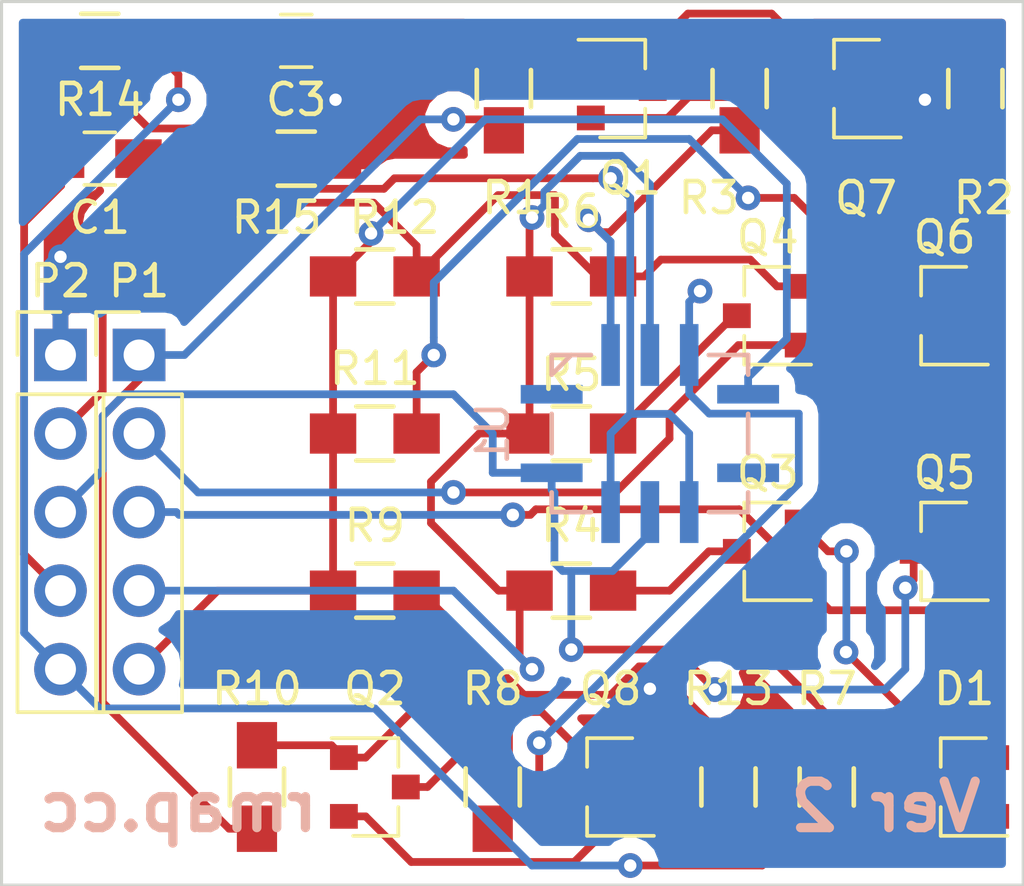
<source format=kicad_pcb>
(kicad_pcb (version 20170123) (host pcbnew no-vcs-found-4f2ed1b~58~ubuntu16.04.1)

  (general
    (links 56)
    (no_connects 0)
    (area 88.871667 56.507499 126.742499 86.1425)
    (thickness 1.6)
    (drawings 6)
    (tracks 299)
    (zones 0)
    (modules 29)
    (nets 23)
  )

  (page A4)
  (layers
    (0 F.Cu signal)
    (31 B.Cu signal hide)
    (32 B.Adhes user)
    (33 F.Adhes user)
    (34 B.Paste user)
    (35 F.Paste user)
    (36 B.SilkS user)
    (37 F.SilkS user)
    (38 B.Mask user)
    (39 F.Mask user)
    (40 Dwgs.User user)
    (41 Cmts.User user)
    (42 Eco1.User user)
    (43 Eco2.User user)
    (44 Edge.Cuts user)
    (45 Margin user)
    (46 B.CrtYd user)
    (47 F.CrtYd user)
    (48 B.Fab user)
    (49 F.Fab user)
  )

  (setup
    (last_trace_width 0.25)
    (trace_clearance 0.2)
    (zone_clearance 0.508)
    (zone_45_only no)
    (trace_min 0.2)
    (segment_width 0.2)
    (edge_width 0.1)
    (via_size 0.8)
    (via_drill 0.4)
    (via_min_size 0.4)
    (via_min_drill 0.3)
    (uvia_size 0.3)
    (uvia_drill 0.1)
    (uvias_allowed no)
    (uvia_min_size 0.2)
    (uvia_min_drill 0.1)
    (pcb_text_width 0.3)
    (pcb_text_size 1.5 1.5)
    (mod_edge_width 0.15)
    (mod_text_size 1 1)
    (mod_text_width 0.15)
    (pad_size 1.5 1.5)
    (pad_drill 0.6)
    (pad_to_mask_clearance 0)
    (aux_axis_origin 0 0)
    (visible_elements 7FFFEF7F)
    (pcbplotparams
      (layerselection 0x00030_ffffffff)
      (usegerberextensions false)
      (excludeedgelayer true)
      (linewidth 0.100000)
      (plotframeref false)
      (viasonmask false)
      (mode 1)
      (useauxorigin false)
      (hpglpennumber 1)
      (hpglpenspeed 20)
      (hpglpendiameter 15)
      (psnegative false)
      (psa4output false)
      (plotreference true)
      (plotvalue true)
      (plotinvisibletext false)
      (padsonsilk false)
      (subtractmaskfromsilk false)
      (outputformat 1)
      (mirror false)
      (drillshape 1)
      (scaleselection 1)
      (outputdirectory ""))
  )

  (net 0 "")
  (net 1 "Net-(R3-Pad1)")
  (net 2 "Net-(R8-Pad1)")
  (net 3 NO2)
  (net 4 VDD)
  (net 5 VREF)
  (net 6 "Net-(Q5-Pad3)")
  (net 7 GNDD)
  (net 8 SCALE_2)
  (net 9 "Net-(Q1-Pad3)")
  (net 10 "Net-(Q1-Pad2)")
  (net 11 "Net-(Q1-Pad1)")
  (net 12 "Net-(Q2-Pad1)")
  (net 13 "Net-(Q2-Pad2)")
  (net 14 "Net-(Q2-Pad3)")
  (net 15 "Net-(Q3-Pad3)")
  (net 16 SCALE_1)
  (net 17 "Net-(Q4-Pad3)")
  (net 18 "Net-(Q6-Pad3)")
  (net 19 GND)
  (net 20 PWM)
  (net 21 CO)
  (net 22 +5V)

  (net_class Default "This is the default net class."
    (clearance 0.2)
    (trace_width 0.25)
    (via_dia 0.8)
    (via_drill 0.4)
    (uvia_dia 0.3)
    (uvia_drill 0.1)
    (add_net +5V)
    (add_net CO)
    (add_net GND)
    (add_net GNDD)
    (add_net NO2)
    (add_net "Net-(Q1-Pad1)")
    (add_net "Net-(Q1-Pad2)")
    (add_net "Net-(Q1-Pad3)")
    (add_net "Net-(Q2-Pad1)")
    (add_net "Net-(Q2-Pad2)")
    (add_net "Net-(Q2-Pad3)")
    (add_net "Net-(Q3-Pad3)")
    (add_net "Net-(Q4-Pad3)")
    (add_net "Net-(Q5-Pad3)")
    (add_net "Net-(Q6-Pad3)")
    (add_net "Net-(R3-Pad1)")
    (add_net "Net-(R8-Pad1)")
    (add_net PWM)
    (add_net SCALE_1)
    (add_net SCALE_2)
    (add_net VDD)
    (add_net VREF)
  )

  (module rmap:MICS-4514 (layer B.Cu) (tedit 59136C75) (tstamp 589F75C4)
    (at 113.03 71.12)
    (path /589648C3)
    (fp_text reference U1 (at -5.08 0 270) (layer B.SilkS)
      (effects (font (size 1 1) (thickness 0.15)) (justify mirror))
    )
    (fp_text value MICS-4514 (at 0 -5.08) (layer B.Fab)
      (effects (font (size 1 1) (thickness 0.15)) (justify mirror))
    )
    (fp_line (start -3.175 1.905) (end -3.175 2.54) (layer B.SilkS) (width 0.15))
    (fp_line (start 3.175 2.54) (end 3.175 1.905) (layer B.SilkS) (width 0.15))
    (fp_line (start 3.175 0.635) (end 3.175 -0.635) (layer B.SilkS) (width 0.15))
    (fp_line (start -3.175 0.635) (end -3.175 -0.635) (layer B.SilkS) (width 0.15))
    (fp_line (start -3.175 -1.905) (end -3.175 -2.54) (layer B.SilkS) (width 0.15))
    (fp_line (start 3.175 -1.905) (end 3.175 -2.54) (layer B.SilkS) (width 0.15))
    (fp_line (start -3.175 2.54) (end -1.905 2.54) (layer B.SilkS) (width 0.15))
    (fp_line (start -3.175 -2.54) (end -1.905 -2.54) (layer B.SilkS) (width 0.15))
    (fp_line (start 1.905 2.54) (end 3.175 2.54) (layer B.SilkS) (width 0.15))
    (fp_line (start 3.175 -2.54) (end 1.905 -2.54) (layer B.SilkS) (width 0.15))
    (fp_line (start -3.175 -1.905) (end -2.54 -2.54) (layer B.SilkS) (width 0.15))
    (fp_line (start -2.54 -2.54) (end -2.54 -2.54) (layer B.SilkS) (width 0.15))
    (pad A smd rect (at -1.27 -2.54) (size 0.6 2) (layers B.Cu B.Paste B.Mask)
      (net 1 "Net-(R3-Pad1)"))
    (pad B smd rect (at 0 -2.54) (size 0.6 2) (layers B.Cu B.Paste B.Mask)
      (net 21 CO))
    (pad C smd rect (at 1.27 -2.54) (size 0.6 2) (layers B.Cu B.Paste B.Mask)
      (net 2 "Net-(R8-Pad1)"))
    (pad D smd rect (at 3.175 -1.27 270) (size 0.6 2) (layers B.Cu B.Paste B.Mask)
      (net 3 NO2))
    (pad E smd rect (at 3.175 1.27 270) (size 0.6 2) (layers B.Cu B.Paste B.Mask))
    (pad F smd rect (at 1.27 2.54) (size 0.6 2) (layers B.Cu B.Paste B.Mask)
      (net 4 VDD))
    (pad G smd rect (at 0 2.54) (size 0.6 2) (layers B.Cu B.Paste B.Mask)
      (net 5 VREF))
    (pad H smd rect (at -1.27 2.54) (size 0.6 2) (layers B.Cu B.Paste B.Mask)
      (net 4 VDD))
    (pad J smd rect (at -3.175 1.27 270) (size 0.6 2) (layers B.Cu B.Paste B.Mask)
      (net 5 VREF))
    (pad K smd rect (at -3.175 -1.27 270) (size 0.6 2) (layers B.Cu B.Paste B.Mask))
  )

  (module TO_SOT_Packages_SMD:SOT-23 (layer F.Cu) (tedit 58A0C5EF) (tstamp 589F7644)
    (at 116.84 67.31 180)
    (descr "SOT-23, Standard")
    (tags SOT-23)
    (path /589DFBED)
    (attr smd)
    (fp_text reference Q4 (at 0 2.54 180) (layer F.SilkS)
      (effects (font (size 1 1) (thickness 0.15)))
    )
    (fp_text value 2N7002 (at 0 2.5 180) (layer F.Fab) hide
      (effects (font (size 1 1) (thickness 0.15)))
    )
    (fp_line (start -0.7 -0.95) (end -0.7 1.5) (layer F.Fab) (width 0.1))
    (fp_line (start -0.15 -1.52) (end 0.7 -1.52) (layer F.Fab) (width 0.1))
    (fp_line (start -0.7 -0.95) (end -0.15 -1.52) (layer F.Fab) (width 0.1))
    (fp_line (start 0.7 -1.52) (end 0.7 1.52) (layer F.Fab) (width 0.1))
    (fp_line (start -0.7 1.52) (end 0.7 1.52) (layer F.Fab) (width 0.1))
    (fp_line (start 0.76 1.58) (end 0.76 0.65) (layer F.SilkS) (width 0.12))
    (fp_line (start 0.76 -1.58) (end 0.76 -0.65) (layer F.SilkS) (width 0.12))
    (fp_line (start -1.7 -1.75) (end 1.7 -1.75) (layer F.CrtYd) (width 0.05))
    (fp_line (start 1.7 -1.75) (end 1.7 1.75) (layer F.CrtYd) (width 0.05))
    (fp_line (start 1.7 1.75) (end -1.7 1.75) (layer F.CrtYd) (width 0.05))
    (fp_line (start -1.7 1.75) (end -1.7 -1.75) (layer F.CrtYd) (width 0.05))
    (fp_line (start 0.76 -1.58) (end -1.4 -1.58) (layer F.SilkS) (width 0.12))
    (fp_line (start 0.76 1.58) (end -0.7 1.58) (layer F.SilkS) (width 0.12))
    (pad 1 smd rect (at -1 -0.95 180) (size 0.9 0.8) (layers F.Cu F.Paste F.Mask)
      (net 16 SCALE_1))
    (pad 2 smd rect (at -1 0.95 180) (size 0.9 0.8) (layers F.Cu F.Paste F.Mask)
      (net 7 GNDD))
    (pad 3 smd rect (at 1 0 180) (size 0.9 0.8) (layers F.Cu F.Paste F.Mask)
      (net 17 "Net-(Q4-Pad3)"))
    (model TO_SOT_Packages_SMD.3dshapes/SOT-23.wrl
      (at (xyz 0 0 0))
      (scale (xyz 1 1 1))
      (rotate (xyz 0 0 90))
    )
  )

  (module TO_SOT_Packages_SMD:SOT-23 (layer F.Cu) (tedit 58A0C603) (tstamp 589F767D)
    (at 111.76 82.55 180)
    (descr "SOT-23, Standard")
    (tags SOT-23)
    (path /589EAA76)
    (attr smd)
    (fp_text reference Q8 (at 0 3.175 180) (layer F.SilkS)
      (effects (font (size 1 1) (thickness 0.15)))
    )
    (fp_text value BC849 (at 0 2.5 180) (layer F.Fab) hide
      (effects (font (size 1 1) (thickness 0.15)))
    )
    (fp_line (start 0.76 1.58) (end -0.7 1.58) (layer F.SilkS) (width 0.12))
    (fp_line (start 0.76 -1.58) (end -1.4 -1.58) (layer F.SilkS) (width 0.12))
    (fp_line (start -1.7 1.75) (end -1.7 -1.75) (layer F.CrtYd) (width 0.05))
    (fp_line (start 1.7 1.75) (end -1.7 1.75) (layer F.CrtYd) (width 0.05))
    (fp_line (start 1.7 -1.75) (end 1.7 1.75) (layer F.CrtYd) (width 0.05))
    (fp_line (start -1.7 -1.75) (end 1.7 -1.75) (layer F.CrtYd) (width 0.05))
    (fp_line (start 0.76 -1.58) (end 0.76 -0.65) (layer F.SilkS) (width 0.12))
    (fp_line (start 0.76 1.58) (end 0.76 0.65) (layer F.SilkS) (width 0.12))
    (fp_line (start -0.7 1.52) (end 0.7 1.52) (layer F.Fab) (width 0.1))
    (fp_line (start 0.7 -1.52) (end 0.7 1.52) (layer F.Fab) (width 0.1))
    (fp_line (start -0.7 -0.95) (end -0.15 -1.52) (layer F.Fab) (width 0.1))
    (fp_line (start -0.15 -1.52) (end 0.7 -1.52) (layer F.Fab) (width 0.1))
    (fp_line (start -0.7 -0.95) (end -0.7 1.5) (layer F.Fab) (width 0.1))
    (pad 3 smd rect (at 1 0 180) (size 0.9 0.8) (layers F.Cu F.Paste F.Mask)
      (net 12 "Net-(Q2-Pad1)"))
    (pad 2 smd rect (at -1 0.95 180) (size 0.9 0.8) (layers F.Cu F.Paste F.Mask)
      (net 19 GND))
    (pad 1 smd rect (at -1 -0.95 180) (size 0.9 0.8) (layers F.Cu F.Paste F.Mask)
      (net 13 "Net-(Q2-Pad2)"))
    (model TO_SOT_Packages_SMD.3dshapes/SOT-23.wrl
      (at (xyz 0 0 0))
      (scale (xyz 1 1 1))
      (rotate (xyz 0 0 90))
    )
  )

  (module TO_SOT_Packages_SMD:SOT-23 (layer F.Cu) (tedit 58A0C43D) (tstamp 589F7657)
    (at 122.555 67.31 180)
    (descr "SOT-23, Standard")
    (tags SOT-23)
    (path /589DDECE)
    (attr smd)
    (fp_text reference Q6 (at 0 2.54 180) (layer F.SilkS)
      (effects (font (size 1 1) (thickness 0.15)))
    )
    (fp_text value 2N7002 (at 0 2.5 180) (layer F.Fab) hide
      (effects (font (size 1 1) (thickness 0.15)))
    )
    (fp_line (start 0.76 1.58) (end -0.7 1.58) (layer F.SilkS) (width 0.12))
    (fp_line (start 0.76 -1.58) (end -1.4 -1.58) (layer F.SilkS) (width 0.12))
    (fp_line (start -1.7 1.75) (end -1.7 -1.75) (layer F.CrtYd) (width 0.05))
    (fp_line (start 1.7 1.75) (end -1.7 1.75) (layer F.CrtYd) (width 0.05))
    (fp_line (start 1.7 -1.75) (end 1.7 1.75) (layer F.CrtYd) (width 0.05))
    (fp_line (start -1.7 -1.75) (end 1.7 -1.75) (layer F.CrtYd) (width 0.05))
    (fp_line (start 0.76 -1.58) (end 0.76 -0.65) (layer F.SilkS) (width 0.12))
    (fp_line (start 0.76 1.58) (end 0.76 0.65) (layer F.SilkS) (width 0.12))
    (fp_line (start -0.7 1.52) (end 0.7 1.52) (layer F.Fab) (width 0.1))
    (fp_line (start 0.7 -1.52) (end 0.7 1.52) (layer F.Fab) (width 0.1))
    (fp_line (start -0.7 -0.95) (end -0.15 -1.52) (layer F.Fab) (width 0.1))
    (fp_line (start -0.15 -1.52) (end 0.7 -1.52) (layer F.Fab) (width 0.1))
    (fp_line (start -0.7 -0.95) (end -0.7 1.5) (layer F.Fab) (width 0.1))
    (pad 3 smd rect (at 1 0 180) (size 0.9 0.8) (layers F.Cu F.Paste F.Mask)
      (net 18 "Net-(Q6-Pad3)"))
    (pad 2 smd rect (at -1 0.95 180) (size 0.9 0.8) (layers F.Cu F.Paste F.Mask)
      (net 7 GNDD))
    (pad 1 smd rect (at -1 -0.95 180) (size 0.9 0.8) (layers F.Cu F.Paste F.Mask)
      (net 16 SCALE_1))
    (model TO_SOT_Packages_SMD.3dshapes/SOT-23.wrl
      (at (xyz 0 0 0))
      (scale (xyz 1 1 1))
      (rotate (xyz 0 0 90))
    )
  )

  (module Pin_Headers:Pin_Header_Straight_1x05_Pitch2.54mm (layer F.Cu) (tedit 58A0C54E) (tstamp 589F7782)
    (at 93.98 68.58)
    (descr "Through hole straight pin header, 1x05, 2.54mm pitch, single row")
    (tags "Through hole pin header THT 1x05 2.54mm single row")
    (path /589A99A7)
    (fp_text reference P2 (at 0 -2.39) (layer F.SilkS)
      (effects (font (size 1 1) (thickness 0.15)))
    )
    (fp_text value CONN_01X05 (at 0 12.55) (layer F.Fab) hide
      (effects (font (size 1 1) (thickness 0.15)))
    )
    (fp_line (start 1.6 -1.6) (end -1.6 -1.6) (layer F.CrtYd) (width 0.05))
    (fp_line (start 1.6 11.7) (end 1.6 -1.6) (layer F.CrtYd) (width 0.05))
    (fp_line (start -1.6 11.7) (end 1.6 11.7) (layer F.CrtYd) (width 0.05))
    (fp_line (start -1.6 -1.6) (end -1.6 11.7) (layer F.CrtYd) (width 0.05))
    (fp_line (start -1.39 -1.39) (end 0 -1.39) (layer F.SilkS) (width 0.12))
    (fp_line (start -1.39 0) (end -1.39 -1.39) (layer F.SilkS) (width 0.12))
    (fp_line (start 1.39 1.27) (end -1.39 1.27) (layer F.SilkS) (width 0.12))
    (fp_line (start 1.39 11.55) (end 1.39 1.27) (layer F.SilkS) (width 0.12))
    (fp_line (start -1.39 11.55) (end 1.39 11.55) (layer F.SilkS) (width 0.12))
    (fp_line (start -1.39 1.27) (end -1.39 11.55) (layer F.SilkS) (width 0.12))
    (fp_line (start 1.27 -1.27) (end -1.27 -1.27) (layer F.Fab) (width 0.1))
    (fp_line (start 1.27 11.43) (end 1.27 -1.27) (layer F.Fab) (width 0.1))
    (fp_line (start -1.27 11.43) (end 1.27 11.43) (layer F.Fab) (width 0.1))
    (fp_line (start -1.27 -1.27) (end -1.27 11.43) (layer F.Fab) (width 0.1))
    (pad 5 thru_hole oval (at 0 10.16) (size 1.7 1.7) (drill 1) (layers *.Cu *.Mask)
      (net 22 +5V))
    (pad 4 thru_hole oval (at 0 7.62) (size 1.7 1.7) (drill 1) (layers *.Cu *.Mask)
      (net 4 VDD))
    (pad 3 thru_hole oval (at 0 5.08) (size 1.7 1.7) (drill 1) (layers *.Cu *.Mask)
      (net 5 VREF))
    (pad 2 thru_hole oval (at 0 2.54) (size 1.7 1.7) (drill 1) (layers *.Cu *.Mask)
      (net 7 GNDD))
    (pad 1 thru_hole rect (at 0 0) (size 1.7 1.7) (drill 1) (layers *.Cu *.Mask)
      (net 19 GND))
    (model Pin_Headers.3dshapes/Pin_Header_Straight_1x05_Pitch2.54mm.wrl
      (at (xyz 0 -0.2 0))
      (scale (xyz 1 1 1))
      (rotate (xyz 0 0 90))
    )
  )

  (module Resistors_SMD:R_0805_HandSoldering (layer F.Cu) (tedit 58A0C5F3) (tstamp 589F76DF)
    (at 110.49 66.04)
    (descr "Resistor SMD 0805, hand soldering")
    (tags "resistor 0805")
    (path /589DFBE1)
    (attr smd)
    (fp_text reference R6 (at 0 -2.1) (layer F.SilkS)
      (effects (font (size 1 1) (thickness 0.15)))
    )
    (fp_text value 1M (at 0 2.1) (layer F.Fab) hide
      (effects (font (size 1 1) (thickness 0.15)))
    )
    (fp_line (start -1 0.625) (end -1 -0.625) (layer F.Fab) (width 0.1))
    (fp_line (start 1 0.625) (end -1 0.625) (layer F.Fab) (width 0.1))
    (fp_line (start 1 -0.625) (end 1 0.625) (layer F.Fab) (width 0.1))
    (fp_line (start -1 -0.625) (end 1 -0.625) (layer F.Fab) (width 0.1))
    (fp_line (start -2.4 -1) (end 2.4 -1) (layer F.CrtYd) (width 0.05))
    (fp_line (start -2.4 1) (end 2.4 1) (layer F.CrtYd) (width 0.05))
    (fp_line (start -2.4 -1) (end -2.4 1) (layer F.CrtYd) (width 0.05))
    (fp_line (start 2.4 -1) (end 2.4 1) (layer F.CrtYd) (width 0.05))
    (fp_line (start 0.6 0.875) (end -0.6 0.875) (layer F.SilkS) (width 0.15))
    (fp_line (start -0.6 -0.875) (end 0.6 -0.875) (layer F.SilkS) (width 0.15))
    (pad 1 smd rect (at -1.35 0) (size 1.5 1.3) (layers F.Cu F.Paste F.Mask)
      (net 21 CO))
    (pad 2 smd rect (at 1.35 0) (size 1.5 1.3) (layers F.Cu F.Paste F.Mask)
      (net 7 GNDD))
    (model Resistors_SMD.3dshapes/R_0805_HandSoldering.wrl
      (at (xyz 0 0 0))
      (scale (xyz 1 1 1))
      (rotate (xyz 0 0 0))
    )
  )

  (module Resistors_SMD:R_0805_HandSoldering (layer F.Cu) (tedit 58A0C5F6) (tstamp 589F76BF)
    (at 110.49 71.12)
    (descr "Resistor SMD 0805, hand soldering")
    (tags "resistor 0805")
    (path /589DFBE7)
    (attr smd)
    (fp_text reference R5 (at 0 -1.905) (layer F.SilkS)
      (effects (font (size 1 1) (thickness 0.15)))
    )
    (fp_text value 100K (at 0 2.1) (layer F.Fab) hide
      (effects (font (size 1 1) (thickness 0.15)))
    )
    (fp_line (start -1 0.625) (end -1 -0.625) (layer F.Fab) (width 0.1))
    (fp_line (start 1 0.625) (end -1 0.625) (layer F.Fab) (width 0.1))
    (fp_line (start 1 -0.625) (end 1 0.625) (layer F.Fab) (width 0.1))
    (fp_line (start -1 -0.625) (end 1 -0.625) (layer F.Fab) (width 0.1))
    (fp_line (start -2.4 -1) (end 2.4 -1) (layer F.CrtYd) (width 0.05))
    (fp_line (start -2.4 1) (end 2.4 1) (layer F.CrtYd) (width 0.05))
    (fp_line (start -2.4 -1) (end -2.4 1) (layer F.CrtYd) (width 0.05))
    (fp_line (start 2.4 -1) (end 2.4 1) (layer F.CrtYd) (width 0.05))
    (fp_line (start 0.6 0.875) (end -0.6 0.875) (layer F.SilkS) (width 0.15))
    (fp_line (start -0.6 -0.875) (end 0.6 -0.875) (layer F.SilkS) (width 0.15))
    (pad 1 smd rect (at -1.35 0) (size 1.5 1.3) (layers F.Cu F.Paste F.Mask)
      (net 21 CO))
    (pad 2 smd rect (at 1.35 0) (size 1.5 1.3) (layers F.Cu F.Paste F.Mask)
      (net 17 "Net-(Q4-Pad3)"))
    (model Resistors_SMD.3dshapes/R_0805_HandSoldering.wrl
      (at (xyz 0 0 0))
      (scale (xyz 1 1 1))
      (rotate (xyz 0 0 0))
    )
  )

  (module Resistors_SMD:R_0805_HandSoldering (layer F.Cu) (tedit 58A0C60A) (tstamp 589F76EF)
    (at 118.745 82.55 90)
    (descr "Resistor SMD 0805, hand soldering")
    (tags "resistor 0805")
    (path /589E3076)
    (attr smd)
    (fp_text reference R7 (at 3.175 0 180) (layer F.SilkS)
      (effects (font (size 1 1) (thickness 0.15)))
    )
    (fp_text value 560 (at 0 2.1 90) (layer F.Fab) hide
      (effects (font (size 1 1) (thickness 0.15)))
    )
    (fp_line (start -0.6 -0.875) (end 0.6 -0.875) (layer F.SilkS) (width 0.15))
    (fp_line (start 0.6 0.875) (end -0.6 0.875) (layer F.SilkS) (width 0.15))
    (fp_line (start 2.4 -1) (end 2.4 1) (layer F.CrtYd) (width 0.05))
    (fp_line (start -2.4 -1) (end -2.4 1) (layer F.CrtYd) (width 0.05))
    (fp_line (start -2.4 1) (end 2.4 1) (layer F.CrtYd) (width 0.05))
    (fp_line (start -2.4 -1) (end 2.4 -1) (layer F.CrtYd) (width 0.05))
    (fp_line (start -1 -0.625) (end 1 -0.625) (layer F.Fab) (width 0.1))
    (fp_line (start 1 -0.625) (end 1 0.625) (layer F.Fab) (width 0.1))
    (fp_line (start 1 0.625) (end -1 0.625) (layer F.Fab) (width 0.1))
    (fp_line (start -1 0.625) (end -1 -0.625) (layer F.Fab) (width 0.1))
    (pad 2 smd rect (at 1.35 0 90) (size 1.5 1.3) (layers F.Cu F.Paste F.Mask)
      (net 5 VREF))
    (pad 1 smd rect (at -1.35 0 90) (size 1.5 1.3) (layers F.Cu F.Paste F.Mask)
      (net 22 +5V))
    (model Resistors_SMD.3dshapes/R_0805_HandSoldering.wrl
      (at (xyz 0 0 0))
      (scale (xyz 1 1 1))
      (rotate (xyz 0 0 0))
    )
  )

  (module TO_SOT_Packages_SMD:SOT-23 (layer F.Cu) (tedit 58A0C5FC) (tstamp 589F75E5)
    (at 122.555 74.93 180)
    (descr "SOT-23, Standard")
    (tags SOT-23)
    (path /589DE112)
    (attr smd)
    (fp_text reference Q5 (at 0 2.54 180) (layer F.SilkS)
      (effects (font (size 1 1) (thickness 0.15)))
    )
    (fp_text value 2N7002 (at 0 2.5 180) (layer F.Fab) hide
      (effects (font (size 1 1) (thickness 0.15)))
    )
    (fp_line (start 0.76 1.58) (end -0.7 1.58) (layer F.SilkS) (width 0.12))
    (fp_line (start 0.76 -1.58) (end -1.4 -1.58) (layer F.SilkS) (width 0.12))
    (fp_line (start -1.7 1.75) (end -1.7 -1.75) (layer F.CrtYd) (width 0.05))
    (fp_line (start 1.7 1.75) (end -1.7 1.75) (layer F.CrtYd) (width 0.05))
    (fp_line (start 1.7 -1.75) (end 1.7 1.75) (layer F.CrtYd) (width 0.05))
    (fp_line (start -1.7 -1.75) (end 1.7 -1.75) (layer F.CrtYd) (width 0.05))
    (fp_line (start 0.76 -1.58) (end 0.76 -0.65) (layer F.SilkS) (width 0.12))
    (fp_line (start 0.76 1.58) (end 0.76 0.65) (layer F.SilkS) (width 0.12))
    (fp_line (start -0.7 1.52) (end 0.7 1.52) (layer F.Fab) (width 0.1))
    (fp_line (start 0.7 -1.52) (end 0.7 1.52) (layer F.Fab) (width 0.1))
    (fp_line (start -0.7 -0.95) (end -0.15 -1.52) (layer F.Fab) (width 0.1))
    (fp_line (start -0.15 -1.52) (end 0.7 -1.52) (layer F.Fab) (width 0.1))
    (fp_line (start -0.7 -0.95) (end -0.7 1.5) (layer F.Fab) (width 0.1))
    (pad 3 smd rect (at 1 0 180) (size 0.9 0.8) (layers F.Cu F.Paste F.Mask)
      (net 6 "Net-(Q5-Pad3)"))
    (pad 2 smd rect (at -1 0.95 180) (size 0.9 0.8) (layers F.Cu F.Paste F.Mask)
      (net 7 GNDD))
    (pad 1 smd rect (at -1 -0.95 180) (size 0.9 0.8) (layers F.Cu F.Paste F.Mask)
      (net 8 SCALE_2))
    (model TO_SOT_Packages_SMD.3dshapes/SOT-23.wrl
      (at (xyz 0 0 0))
      (scale (xyz 1 1 1))
      (rotate (xyz 0 0 90))
    )
  )

  (module Resistors_SMD:R_0805_HandSoldering (layer F.Cu) (tedit 58A0C55C) (tstamp 589F774F)
    (at 101.6 62.23)
    (descr "Resistor SMD 0805, hand soldering")
    (tags "resistor 0805")
    (path /589E6875)
    (attr smd)
    (fp_text reference R15 (at -0.635 1.905) (layer F.SilkS)
      (effects (font (size 1 1) (thickness 0.15)))
    )
    (fp_text value 100 (at 0 2.1) (layer F.Fab) hide
      (effects (font (size 1 1) (thickness 0.15)))
    )
    (fp_line (start -0.6 -0.875) (end 0.6 -0.875) (layer F.SilkS) (width 0.15))
    (fp_line (start 0.6 0.875) (end -0.6 0.875) (layer F.SilkS) (width 0.15))
    (fp_line (start 2.4 -1) (end 2.4 1) (layer F.CrtYd) (width 0.05))
    (fp_line (start -2.4 -1) (end -2.4 1) (layer F.CrtYd) (width 0.05))
    (fp_line (start -2.4 1) (end 2.4 1) (layer F.CrtYd) (width 0.05))
    (fp_line (start -2.4 -1) (end 2.4 -1) (layer F.CrtYd) (width 0.05))
    (fp_line (start -1 -0.625) (end 1 -0.625) (layer F.Fab) (width 0.1))
    (fp_line (start 1 -0.625) (end 1 0.625) (layer F.Fab) (width 0.1))
    (fp_line (start 1 0.625) (end -1 0.625) (layer F.Fab) (width 0.1))
    (fp_line (start -1 0.625) (end -1 -0.625) (layer F.Fab) (width 0.1))
    (pad 2 smd rect (at 1.35 0) (size 1.5 1.3) (layers F.Cu F.Paste F.Mask)
      (net 19 GND))
    (pad 1 smd rect (at -1.35 0) (size 1.5 1.3) (layers F.Cu F.Paste F.Mask)
      (net 7 GNDD))
    (model Resistors_SMD.3dshapes/R_0805_HandSoldering.wrl
      (at (xyz 0 0 0))
      (scale (xyz 1 1 1))
      (rotate (xyz 0 0 0))
    )
  )

  (module Capacitors_SMD:C_0805_HandSoldering (layer F.Cu) (tedit 58A0C554) (tstamp 589F77C1)
    (at 101.6 58.42)
    (descr "Capacitor SMD 0805, hand soldering")
    (tags "capacitor 0805")
    (path /5898F3FA)
    (attr smd)
    (fp_text reference C3 (at 0 1.905) (layer F.SilkS)
      (effects (font (size 1 1) (thickness 0.15)))
    )
    (fp_text value 22u (at 0 2.1) (layer F.Fab) hide
      (effects (font (size 1 1) (thickness 0.15)))
    )
    (fp_line (start -1 0.625) (end -1 -0.625) (layer F.Fab) (width 0.1))
    (fp_line (start 1 0.625) (end -1 0.625) (layer F.Fab) (width 0.1))
    (fp_line (start 1 -0.625) (end 1 0.625) (layer F.Fab) (width 0.1))
    (fp_line (start -1 -0.625) (end 1 -0.625) (layer F.Fab) (width 0.1))
    (fp_line (start -2.3 -1) (end 2.3 -1) (layer F.CrtYd) (width 0.05))
    (fp_line (start -2.3 1) (end 2.3 1) (layer F.CrtYd) (width 0.05))
    (fp_line (start -2.3 -1) (end -2.3 1) (layer F.CrtYd) (width 0.05))
    (fp_line (start 2.3 -1) (end 2.3 1) (layer F.CrtYd) (width 0.05))
    (fp_line (start 0.5 -0.85) (end -0.5 -0.85) (layer F.SilkS) (width 0.12))
    (fp_line (start -0.5 0.85) (end 0.5 0.85) (layer F.SilkS) (width 0.12))
    (pad 1 smd rect (at -1.25 0) (size 1.5 1.25) (layers F.Cu F.Paste F.Mask)
      (net 22 +5V))
    (pad 2 smd rect (at 1.25 0) (size 1.5 1.25) (layers F.Cu F.Paste F.Mask)
      (net 19 GND))
    (model Capacitors_SMD.3dshapes/C_0805_HandSoldering.wrl
      (at (xyz 0 0 0))
      (scale (xyz 1 1 1))
      (rotate (xyz 0 0 0))
    )
  )

  (module Resistors_SMD:R_0805_HandSoldering (layer F.Cu) (tedit 58A0C565) (tstamp 589F770F)
    (at 104.14 76.2)
    (descr "Resistor SMD 0805, hand soldering")
    (tags "resistor 0805")
    (path /58964DF4)
    (attr smd)
    (fp_text reference R9 (at 0 -2.1) (layer F.SilkS)
      (effects (font (size 1 1) (thickness 0.15)))
    )
    (fp_text value 10K (at 0 2.1) (layer F.Fab) hide
      (effects (font (size 1 1) (thickness 0.15)))
    )
    (fp_line (start -0.6 -0.875) (end 0.6 -0.875) (layer F.SilkS) (width 0.15))
    (fp_line (start 0.6 0.875) (end -0.6 0.875) (layer F.SilkS) (width 0.15))
    (fp_line (start 2.4 -1) (end 2.4 1) (layer F.CrtYd) (width 0.05))
    (fp_line (start -2.4 -1) (end -2.4 1) (layer F.CrtYd) (width 0.05))
    (fp_line (start -2.4 1) (end 2.4 1) (layer F.CrtYd) (width 0.05))
    (fp_line (start -2.4 -1) (end 2.4 -1) (layer F.CrtYd) (width 0.05))
    (fp_line (start -1 -0.625) (end 1 -0.625) (layer F.Fab) (width 0.1))
    (fp_line (start 1 -0.625) (end 1 0.625) (layer F.Fab) (width 0.1))
    (fp_line (start 1 0.625) (end -1 0.625) (layer F.Fab) (width 0.1))
    (fp_line (start -1 0.625) (end -1 -0.625) (layer F.Fab) (width 0.1))
    (pad 2 smd rect (at 1.35 0) (size 1.5 1.3) (layers F.Cu F.Paste F.Mask)
      (net 6 "Net-(Q5-Pad3)"))
    (pad 1 smd rect (at -1.35 0) (size 1.5 1.3) (layers F.Cu F.Paste F.Mask)
      (net 3 NO2))
    (model Resistors_SMD.3dshapes/R_0805_HandSoldering.wrl
      (at (xyz 0 0 0))
      (scale (xyz 1 1 1))
      (rotate (xyz 0 0 0))
    )
  )

  (module Resistors_SMD:R_0805_HandSoldering (layer F.Cu) (tedit 58A0C5FF) (tstamp 589F76AF)
    (at 110.49 76.2)
    (descr "Resistor SMD 0805, hand soldering")
    (tags "resistor 0805")
    (path /589DFBF9)
    (attr smd)
    (fp_text reference R4 (at 0 -2.1) (layer F.SilkS)
      (effects (font (size 1 1) (thickness 0.15)))
    )
    (fp_text value 10K (at 0 2.1) (layer F.Fab) hide
      (effects (font (size 1 1) (thickness 0.15)))
    )
    (fp_line (start -0.6 -0.875) (end 0.6 -0.875) (layer F.SilkS) (width 0.15))
    (fp_line (start 0.6 0.875) (end -0.6 0.875) (layer F.SilkS) (width 0.15))
    (fp_line (start 2.4 -1) (end 2.4 1) (layer F.CrtYd) (width 0.05))
    (fp_line (start -2.4 -1) (end -2.4 1) (layer F.CrtYd) (width 0.05))
    (fp_line (start -2.4 1) (end 2.4 1) (layer F.CrtYd) (width 0.05))
    (fp_line (start -2.4 -1) (end 2.4 -1) (layer F.CrtYd) (width 0.05))
    (fp_line (start -1 -0.625) (end 1 -0.625) (layer F.Fab) (width 0.1))
    (fp_line (start 1 -0.625) (end 1 0.625) (layer F.Fab) (width 0.1))
    (fp_line (start 1 0.625) (end -1 0.625) (layer F.Fab) (width 0.1))
    (fp_line (start -1 0.625) (end -1 -0.625) (layer F.Fab) (width 0.1))
    (pad 2 smd rect (at 1.35 0) (size 1.5 1.3) (layers F.Cu F.Paste F.Mask)
      (net 15 "Net-(Q3-Pad3)"))
    (pad 1 smd rect (at -1.35 0) (size 1.5 1.3) (layers F.Cu F.Paste F.Mask)
      (net 21 CO))
    (model Resistors_SMD.3dshapes/R_0805_HandSoldering.wrl
      (at (xyz 0 0 0))
      (scale (xyz 1 1 1))
      (rotate (xyz 0 0 0))
    )
  )

  (module Resistors_SMD:R_0805_HandSoldering (layer F.Cu) (tedit 58A0C55F) (tstamp 589F76CF)
    (at 104.14 66.04)
    (descr "Resistor SMD 0805, hand soldering")
    (tags "resistor 0805")
    (path /589A5E7B)
    (attr smd)
    (fp_text reference R12 (at 0.635 -1.905) (layer F.SilkS)
      (effects (font (size 1 1) (thickness 0.15)))
    )
    (fp_text value 1M (at 0 2.1) (layer F.Fab) hide
      (effects (font (size 1 1) (thickness 0.15)))
    )
    (fp_line (start -0.6 -0.875) (end 0.6 -0.875) (layer F.SilkS) (width 0.15))
    (fp_line (start 0.6 0.875) (end -0.6 0.875) (layer F.SilkS) (width 0.15))
    (fp_line (start 2.4 -1) (end 2.4 1) (layer F.CrtYd) (width 0.05))
    (fp_line (start -2.4 -1) (end -2.4 1) (layer F.CrtYd) (width 0.05))
    (fp_line (start -2.4 1) (end 2.4 1) (layer F.CrtYd) (width 0.05))
    (fp_line (start -2.4 -1) (end 2.4 -1) (layer F.CrtYd) (width 0.05))
    (fp_line (start -1 -0.625) (end 1 -0.625) (layer F.Fab) (width 0.1))
    (fp_line (start 1 -0.625) (end 1 0.625) (layer F.Fab) (width 0.1))
    (fp_line (start 1 0.625) (end -1 0.625) (layer F.Fab) (width 0.1))
    (fp_line (start -1 0.625) (end -1 -0.625) (layer F.Fab) (width 0.1))
    (pad 2 smd rect (at 1.35 0) (size 1.5 1.3) (layers F.Cu F.Paste F.Mask)
      (net 7 GNDD))
    (pad 1 smd rect (at -1.35 0) (size 1.5 1.3) (layers F.Cu F.Paste F.Mask)
      (net 3 NO2))
    (model Resistors_SMD.3dshapes/R_0805_HandSoldering.wrl
      (at (xyz 0 0 0))
      (scale (xyz 1 1 1))
      (rotate (xyz 0 0 0))
    )
  )

  (module Resistors_SMD:R_0805_HandSoldering (layer F.Cu) (tedit 58A0C5E9) (tstamp 589F769F)
    (at 115.929999 59.964999 90)
    (descr "Resistor SMD 0805, hand soldering")
    (tags "resistor 0805")
    (path /5890F2A0)
    (attr smd)
    (fp_text reference R3 (at -3.535001 -0.994999 180) (layer F.SilkS)
      (effects (font (size 1 1) (thickness 0.15)))
    )
    (fp_text value 75 (at 0 2.1 90) (layer F.Fab) hide
      (effects (font (size 1 1) (thickness 0.15)))
    )
    (fp_line (start -1 0.625) (end -1 -0.625) (layer F.Fab) (width 0.1))
    (fp_line (start 1 0.625) (end -1 0.625) (layer F.Fab) (width 0.1))
    (fp_line (start 1 -0.625) (end 1 0.625) (layer F.Fab) (width 0.1))
    (fp_line (start -1 -0.625) (end 1 -0.625) (layer F.Fab) (width 0.1))
    (fp_line (start -2.4 -1) (end 2.4 -1) (layer F.CrtYd) (width 0.05))
    (fp_line (start -2.4 1) (end 2.4 1) (layer F.CrtYd) (width 0.05))
    (fp_line (start -2.4 -1) (end -2.4 1) (layer F.CrtYd) (width 0.05))
    (fp_line (start 2.4 -1) (end 2.4 1) (layer F.CrtYd) (width 0.05))
    (fp_line (start 0.6 0.875) (end -0.6 0.875) (layer F.SilkS) (width 0.15))
    (fp_line (start -0.6 -0.875) (end 0.6 -0.875) (layer F.SilkS) (width 0.15))
    (pad 1 smd rect (at -1.35 0 90) (size 1.5 1.3) (layers F.Cu F.Paste F.Mask)
      (net 1 "Net-(R3-Pad1)"))
    (pad 2 smd rect (at 1.35 0 90) (size 1.5 1.3) (layers F.Cu F.Paste F.Mask)
      (net 9 "Net-(Q1-Pad3)"))
    (model Resistors_SMD.3dshapes/R_0805_HandSoldering.wrl
      (at (xyz 0 0 0))
      (scale (xyz 1 1 1))
      (rotate (xyz 0 0 0))
    )
  )

  (module TO_SOT_Packages_SMD:SOT-23 (layer F.Cu) (tedit 58A0C446) (tstamp 589F766A)
    (at 119.739999 59.964999 180)
    (descr "SOT-23, Standard")
    (tags SOT-23)
    (path /589E9F89)
    (attr smd)
    (fp_text reference Q7 (at -0.275001 -3.535001 180) (layer F.SilkS)
      (effects (font (size 1 1) (thickness 0.15)))
    )
    (fp_text value BC849 (at 0 2.5 180) (layer F.Fab) hide
      (effects (font (size 1 1) (thickness 0.15)))
    )
    (fp_line (start -0.7 -0.95) (end -0.7 1.5) (layer F.Fab) (width 0.1))
    (fp_line (start -0.15 -1.52) (end 0.7 -1.52) (layer F.Fab) (width 0.1))
    (fp_line (start -0.7 -0.95) (end -0.15 -1.52) (layer F.Fab) (width 0.1))
    (fp_line (start 0.7 -1.52) (end 0.7 1.52) (layer F.Fab) (width 0.1))
    (fp_line (start -0.7 1.52) (end 0.7 1.52) (layer F.Fab) (width 0.1))
    (fp_line (start 0.76 1.58) (end 0.76 0.65) (layer F.SilkS) (width 0.12))
    (fp_line (start 0.76 -1.58) (end 0.76 -0.65) (layer F.SilkS) (width 0.12))
    (fp_line (start -1.7 -1.75) (end 1.7 -1.75) (layer F.CrtYd) (width 0.05))
    (fp_line (start 1.7 -1.75) (end 1.7 1.75) (layer F.CrtYd) (width 0.05))
    (fp_line (start 1.7 1.75) (end -1.7 1.75) (layer F.CrtYd) (width 0.05))
    (fp_line (start -1.7 1.75) (end -1.7 -1.75) (layer F.CrtYd) (width 0.05))
    (fp_line (start 0.76 -1.58) (end -1.4 -1.58) (layer F.SilkS) (width 0.12))
    (fp_line (start 0.76 1.58) (end -0.7 1.58) (layer F.SilkS) (width 0.12))
    (pad 1 smd rect (at -1 -0.95 180) (size 0.9 0.8) (layers F.Cu F.Paste F.Mask)
      (net 10 "Net-(Q1-Pad2)"))
    (pad 2 smd rect (at -1 0.95 180) (size 0.9 0.8) (layers F.Cu F.Paste F.Mask)
      (net 19 GND))
    (pad 3 smd rect (at 1 0 180) (size 0.9 0.8) (layers F.Cu F.Paste F.Mask)
      (net 11 "Net-(Q1-Pad1)"))
    (model TO_SOT_Packages_SMD.3dshapes/SOT-23.wrl
      (at (xyz 0 0 0))
      (scale (xyz 1 1 1))
      (rotate (xyz 0 0 90))
    )
  )

  (module Resistors_SMD:R_0805_HandSoldering (layer F.Cu) (tedit 58A0C613) (tstamp 589F76FF)
    (at 107.95 82.55 90)
    (descr "Resistor SMD 0805, hand soldering")
    (tags "resistor 0805")
    (path /589649E9)
    (attr smd)
    (fp_text reference R8 (at 3.175 0 180) (layer F.SilkS)
      (effects (font (size 1 1) (thickness 0.15)))
    )
    (fp_text value 47 (at 0 2.1 90) (layer F.Fab) hide
      (effects (font (size 1 1) (thickness 0.15)))
    )
    (fp_line (start -1 0.625) (end -1 -0.625) (layer F.Fab) (width 0.1))
    (fp_line (start 1 0.625) (end -1 0.625) (layer F.Fab) (width 0.1))
    (fp_line (start 1 -0.625) (end 1 0.625) (layer F.Fab) (width 0.1))
    (fp_line (start -1 -0.625) (end 1 -0.625) (layer F.Fab) (width 0.1))
    (fp_line (start -2.4 -1) (end 2.4 -1) (layer F.CrtYd) (width 0.05))
    (fp_line (start -2.4 1) (end 2.4 1) (layer F.CrtYd) (width 0.05))
    (fp_line (start -2.4 -1) (end -2.4 1) (layer F.CrtYd) (width 0.05))
    (fp_line (start 2.4 -1) (end 2.4 1) (layer F.CrtYd) (width 0.05))
    (fp_line (start 0.6 0.875) (end -0.6 0.875) (layer F.SilkS) (width 0.15))
    (fp_line (start -0.6 -0.875) (end 0.6 -0.875) (layer F.SilkS) (width 0.15))
    (pad 1 smd rect (at -1.35 0 90) (size 1.5 1.3) (layers F.Cu F.Paste F.Mask)
      (net 2 "Net-(R8-Pad1)"))
    (pad 2 smd rect (at 1.35 0 90) (size 1.5 1.3) (layers F.Cu F.Paste F.Mask)
      (net 14 "Net-(Q2-Pad3)"))
    (model Resistors_SMD.3dshapes/R_0805_HandSoldering.wrl
      (at (xyz 0 0 0))
      (scale (xyz 1 1 1))
      (rotate (xyz 0 0 0))
    )
  )

  (module TO_SOT_Packages_SMD:SOT-23 (layer F.Cu) (tedit 58A0C616) (tstamp 589F761E)
    (at 104.14 82.55)
    (descr "SOT-23, Standard")
    (tags SOT-23)
    (path /58976B71)
    (attr smd)
    (fp_text reference Q2 (at 0 -3.175) (layer F.SilkS)
      (effects (font (size 1 1) (thickness 0.15)))
    )
    (fp_text value 2N7002 (at 0 2.5) (layer F.Fab) hide
      (effects (font (size 1 1) (thickness 0.15)))
    )
    (fp_line (start -0.7 -0.95) (end -0.7 1.5) (layer F.Fab) (width 0.1))
    (fp_line (start -0.15 -1.52) (end 0.7 -1.52) (layer F.Fab) (width 0.1))
    (fp_line (start -0.7 -0.95) (end -0.15 -1.52) (layer F.Fab) (width 0.1))
    (fp_line (start 0.7 -1.52) (end 0.7 1.52) (layer F.Fab) (width 0.1))
    (fp_line (start -0.7 1.52) (end 0.7 1.52) (layer F.Fab) (width 0.1))
    (fp_line (start 0.76 1.58) (end 0.76 0.65) (layer F.SilkS) (width 0.12))
    (fp_line (start 0.76 -1.58) (end 0.76 -0.65) (layer F.SilkS) (width 0.12))
    (fp_line (start -1.7 -1.75) (end 1.7 -1.75) (layer F.CrtYd) (width 0.05))
    (fp_line (start 1.7 -1.75) (end 1.7 1.75) (layer F.CrtYd) (width 0.05))
    (fp_line (start 1.7 1.75) (end -1.7 1.75) (layer F.CrtYd) (width 0.05))
    (fp_line (start -1.7 1.75) (end -1.7 -1.75) (layer F.CrtYd) (width 0.05))
    (fp_line (start 0.76 -1.58) (end -1.4 -1.58) (layer F.SilkS) (width 0.12))
    (fp_line (start 0.76 1.58) (end -0.7 1.58) (layer F.SilkS) (width 0.12))
    (pad 1 smd rect (at -1 -0.95) (size 0.9 0.8) (layers F.Cu F.Paste F.Mask)
      (net 12 "Net-(Q2-Pad1)"))
    (pad 2 smd rect (at -1 0.95) (size 0.9 0.8) (layers F.Cu F.Paste F.Mask)
      (net 13 "Net-(Q2-Pad2)"))
    (pad 3 smd rect (at 1 0) (size 0.9 0.8) (layers F.Cu F.Paste F.Mask)
      (net 14 "Net-(Q2-Pad3)"))
    (model TO_SOT_Packages_SMD.3dshapes/SOT-23.wrl
      (at (xyz 0 0 0))
      (scale (xyz 1 1 1))
      (rotate (xyz 0 0 90))
    )
  )

  (module Resistors_SMD:R_0805_HandSoldering (layer F.Cu) (tedit 58A0C559) (tstamp 589F768F)
    (at 108.309999 59.964999 90)
    (descr "Resistor SMD 0805, hand soldering")
    (tags "resistor 0805")
    (path /589E9ED8)
    (attr smd)
    (fp_text reference R1 (at -3.535001 0.275001 180) (layer F.SilkS)
      (effects (font (size 1 1) (thickness 0.15)))
    )
    (fp_text value 47k (at 0 2.1 90) (layer F.Fab) hide
      (effects (font (size 1 1) (thickness 0.15)))
    )
    (fp_line (start -0.6 -0.875) (end 0.6 -0.875) (layer F.SilkS) (width 0.15))
    (fp_line (start 0.6 0.875) (end -0.6 0.875) (layer F.SilkS) (width 0.15))
    (fp_line (start 2.4 -1) (end 2.4 1) (layer F.CrtYd) (width 0.05))
    (fp_line (start -2.4 -1) (end -2.4 1) (layer F.CrtYd) (width 0.05))
    (fp_line (start -2.4 1) (end 2.4 1) (layer F.CrtYd) (width 0.05))
    (fp_line (start -2.4 -1) (end 2.4 -1) (layer F.CrtYd) (width 0.05))
    (fp_line (start -1 -0.625) (end 1 -0.625) (layer F.Fab) (width 0.1))
    (fp_line (start 1 -0.625) (end 1 0.625) (layer F.Fab) (width 0.1))
    (fp_line (start 1 0.625) (end -1 0.625) (layer F.Fab) (width 0.1))
    (fp_line (start -1 0.625) (end -1 -0.625) (layer F.Fab) (width 0.1))
    (pad 2 smd rect (at 1.35 0 90) (size 1.5 1.3) (layers F.Cu F.Paste F.Mask)
      (net 11 "Net-(Q1-Pad1)"))
    (pad 1 smd rect (at -1.35 0 90) (size 1.5 1.3) (layers F.Cu F.Paste F.Mask)
      (net 20 PWM))
    (model Resistors_SMD.3dshapes/R_0805_HandSoldering.wrl
      (at (xyz 0 0 0))
      (scale (xyz 1 1 1))
      (rotate (xyz 0 0 0))
    )
  )

  (module TO_SOT_Packages_SMD:SOT-23 (layer F.Cu) (tedit 58A0C5F9) (tstamp 589F7631)
    (at 116.84 74.93 180)
    (descr "SOT-23, Standard")
    (tags SOT-23)
    (path /589DFBF3)
    (attr smd)
    (fp_text reference Q3 (at 0 2.54 180) (layer F.SilkS)
      (effects (font (size 1 1) (thickness 0.15)))
    )
    (fp_text value 2N7002 (at 0 2.5 180) (layer F.Fab) hide
      (effects (font (size 1 1) (thickness 0.15)))
    )
    (fp_line (start 0.76 1.58) (end -0.7 1.58) (layer F.SilkS) (width 0.12))
    (fp_line (start 0.76 -1.58) (end -1.4 -1.58) (layer F.SilkS) (width 0.12))
    (fp_line (start -1.7 1.75) (end -1.7 -1.75) (layer F.CrtYd) (width 0.05))
    (fp_line (start 1.7 1.75) (end -1.7 1.75) (layer F.CrtYd) (width 0.05))
    (fp_line (start 1.7 -1.75) (end 1.7 1.75) (layer F.CrtYd) (width 0.05))
    (fp_line (start -1.7 -1.75) (end 1.7 -1.75) (layer F.CrtYd) (width 0.05))
    (fp_line (start 0.76 -1.58) (end 0.76 -0.65) (layer F.SilkS) (width 0.12))
    (fp_line (start 0.76 1.58) (end 0.76 0.65) (layer F.SilkS) (width 0.12))
    (fp_line (start -0.7 1.52) (end 0.7 1.52) (layer F.Fab) (width 0.1))
    (fp_line (start 0.7 -1.52) (end 0.7 1.52) (layer F.Fab) (width 0.1))
    (fp_line (start -0.7 -0.95) (end -0.15 -1.52) (layer F.Fab) (width 0.1))
    (fp_line (start -0.15 -1.52) (end 0.7 -1.52) (layer F.Fab) (width 0.1))
    (fp_line (start -0.7 -0.95) (end -0.7 1.5) (layer F.Fab) (width 0.1))
    (pad 3 smd rect (at 1 0 180) (size 0.9 0.8) (layers F.Cu F.Paste F.Mask)
      (net 15 "Net-(Q3-Pad3)"))
    (pad 2 smd rect (at -1 0.95 180) (size 0.9 0.8) (layers F.Cu F.Paste F.Mask)
      (net 7 GNDD))
    (pad 1 smd rect (at -1 -0.95 180) (size 0.9 0.8) (layers F.Cu F.Paste F.Mask)
      (net 8 SCALE_2))
    (model TO_SOT_Packages_SMD.3dshapes/SOT-23.wrl
      (at (xyz 0 0 0))
      (scale (xyz 1 1 1))
      (rotate (xyz 0 0 90))
    )
  )

  (module Resistors_SMD:R_0805_HandSoldering (layer F.Cu) (tedit 58A0C546) (tstamp 589F775F)
    (at 95.25 58.42)
    (descr "Resistor SMD 0805, hand soldering")
    (tags "resistor 0805")
    (path /589E6652)
    (attr smd)
    (fp_text reference R14 (at 0 1.905) (layer F.SilkS)
      (effects (font (size 1 1) (thickness 0.15)))
    )
    (fp_text value 100 (at 0 2.1) (layer F.Fab) hide
      (effects (font (size 1 1) (thickness 0.15)))
    )
    (fp_line (start -1 0.625) (end -1 -0.625) (layer F.Fab) (width 0.1))
    (fp_line (start 1 0.625) (end -1 0.625) (layer F.Fab) (width 0.1))
    (fp_line (start 1 -0.625) (end 1 0.625) (layer F.Fab) (width 0.1))
    (fp_line (start -1 -0.625) (end 1 -0.625) (layer F.Fab) (width 0.1))
    (fp_line (start -2.4 -1) (end 2.4 -1) (layer F.CrtYd) (width 0.05))
    (fp_line (start -2.4 1) (end 2.4 1) (layer F.CrtYd) (width 0.05))
    (fp_line (start -2.4 -1) (end -2.4 1) (layer F.CrtYd) (width 0.05))
    (fp_line (start 2.4 -1) (end 2.4 1) (layer F.CrtYd) (width 0.05))
    (fp_line (start 0.6 0.875) (end -0.6 0.875) (layer F.SilkS) (width 0.15))
    (fp_line (start -0.6 -0.875) (end 0.6 -0.875) (layer F.SilkS) (width 0.15))
    (pad 1 smd rect (at -1.35 0) (size 1.5 1.3) (layers F.Cu F.Paste F.Mask)
      (net 4 VDD))
    (pad 2 smd rect (at 1.35 0) (size 1.5 1.3) (layers F.Cu F.Paste F.Mask)
      (net 22 +5V))
    (model Resistors_SMD.3dshapes/R_0805_HandSoldering.wrl
      (at (xyz 0 0 0))
      (scale (xyz 1 1 1))
      (rotate (xyz 0 0 0))
    )
  )

  (module Resistors_SMD:R_0805_HandSoldering (layer F.Cu) (tedit 58A0C60E) (tstamp 589F773F)
    (at 115.57 82.55 90)
    (descr "Resistor SMD 0805, hand soldering")
    (tags "resistor 0805")
    (path /589E9B0D)
    (attr smd)
    (fp_text reference R13 (at 3.175 0 180) (layer F.SilkS)
      (effects (font (size 1 1) (thickness 0.15)))
    )
    (fp_text value 17R4 (at 0 2.1 90) (layer F.Fab) hide
      (effects (font (size 1 1) (thickness 0.15)))
    )
    (fp_line (start -1 0.625) (end -1 -0.625) (layer F.Fab) (width 0.1))
    (fp_line (start 1 0.625) (end -1 0.625) (layer F.Fab) (width 0.1))
    (fp_line (start 1 -0.625) (end 1 0.625) (layer F.Fab) (width 0.1))
    (fp_line (start -1 -0.625) (end 1 -0.625) (layer F.Fab) (width 0.1))
    (fp_line (start -2.4 -1) (end 2.4 -1) (layer F.CrtYd) (width 0.05))
    (fp_line (start -2.4 1) (end 2.4 1) (layer F.CrtYd) (width 0.05))
    (fp_line (start -2.4 -1) (end -2.4 1) (layer F.CrtYd) (width 0.05))
    (fp_line (start 2.4 -1) (end 2.4 1) (layer F.CrtYd) (width 0.05))
    (fp_line (start 0.6 0.875) (end -0.6 0.875) (layer F.SilkS) (width 0.15))
    (fp_line (start -0.6 -0.875) (end 0.6 -0.875) (layer F.SilkS) (width 0.15))
    (pad 1 smd rect (at -1.35 0 90) (size 1.5 1.3) (layers F.Cu F.Paste F.Mask)
      (net 13 "Net-(Q2-Pad2)"))
    (pad 2 smd rect (at 1.35 0 90) (size 1.5 1.3) (layers F.Cu F.Paste F.Mask)
      (net 19 GND))
    (model Resistors_SMD.3dshapes/R_0805_HandSoldering.wrl
      (at (xyz 0 0 0))
      (scale (xyz 1 1 1))
      (rotate (xyz 0 0 0))
    )
  )

  (module Resistors_SMD:R_0805_HandSoldering (layer F.Cu) (tedit 58A0C5EC) (tstamp 589F776F)
    (at 123.549999 59.964999 90)
    (descr "Resistor SMD 0805, hand soldering")
    (tags "resistor 0805")
    (path /589E9BBE)
    (attr smd)
    (fp_text reference R2 (at -3.535001 0.275001 180) (layer F.SilkS)
      (effects (font (size 1 1) (thickness 0.15)))
    )
    (fp_text value 21R5 (at 0 2.1 90) (layer F.Fab) hide
      (effects (font (size 1 1) (thickness 0.15)))
    )
    (fp_line (start -0.6 -0.875) (end 0.6 -0.875) (layer F.SilkS) (width 0.15))
    (fp_line (start 0.6 0.875) (end -0.6 0.875) (layer F.SilkS) (width 0.15))
    (fp_line (start 2.4 -1) (end 2.4 1) (layer F.CrtYd) (width 0.05))
    (fp_line (start -2.4 -1) (end -2.4 1) (layer F.CrtYd) (width 0.05))
    (fp_line (start -2.4 1) (end 2.4 1) (layer F.CrtYd) (width 0.05))
    (fp_line (start -2.4 -1) (end 2.4 -1) (layer F.CrtYd) (width 0.05))
    (fp_line (start -1 -0.625) (end 1 -0.625) (layer F.Fab) (width 0.1))
    (fp_line (start 1 -0.625) (end 1 0.625) (layer F.Fab) (width 0.1))
    (fp_line (start 1 0.625) (end -1 0.625) (layer F.Fab) (width 0.1))
    (fp_line (start -1 0.625) (end -1 -0.625) (layer F.Fab) (width 0.1))
    (pad 2 smd rect (at 1.35 0 90) (size 1.5 1.3) (layers F.Cu F.Paste F.Mask)
      (net 19 GND))
    (pad 1 smd rect (at -1.35 0 90) (size 1.5 1.3) (layers F.Cu F.Paste F.Mask)
      (net 10 "Net-(Q1-Pad2)"))
    (model Resistors_SMD.3dshapes/R_0805_HandSoldering.wrl
      (at (xyz 0 0 0))
      (scale (xyz 1 1 1))
      (rotate (xyz 0 0 0))
    )
  )

  (module TO_SOT_Packages_SMD:SOT-23 (layer F.Cu) (tedit 58A0C5E5) (tstamp 589F760B)
    (at 112.119999 59.964999)
    (descr "SOT-23, Standard")
    (tags SOT-23)
    (path /5890F594)
    (attr smd)
    (fp_text reference Q1 (at 0.275001 2.900001) (layer F.SilkS)
      (effects (font (size 1 1) (thickness 0.15)))
    )
    (fp_text value 2N7002 (at 0 2.5) (layer F.Fab) hide
      (effects (font (size 1 1) (thickness 0.15)))
    )
    (fp_line (start 0.76 1.58) (end -0.7 1.58) (layer F.SilkS) (width 0.12))
    (fp_line (start 0.76 -1.58) (end -1.4 -1.58) (layer F.SilkS) (width 0.12))
    (fp_line (start -1.7 1.75) (end -1.7 -1.75) (layer F.CrtYd) (width 0.05))
    (fp_line (start 1.7 1.75) (end -1.7 1.75) (layer F.CrtYd) (width 0.05))
    (fp_line (start 1.7 -1.75) (end 1.7 1.75) (layer F.CrtYd) (width 0.05))
    (fp_line (start -1.7 -1.75) (end 1.7 -1.75) (layer F.CrtYd) (width 0.05))
    (fp_line (start 0.76 -1.58) (end 0.76 -0.65) (layer F.SilkS) (width 0.12))
    (fp_line (start 0.76 1.58) (end 0.76 0.65) (layer F.SilkS) (width 0.12))
    (fp_line (start -0.7 1.52) (end 0.7 1.52) (layer F.Fab) (width 0.1))
    (fp_line (start 0.7 -1.52) (end 0.7 1.52) (layer F.Fab) (width 0.1))
    (fp_line (start -0.7 -0.95) (end -0.15 -1.52) (layer F.Fab) (width 0.1))
    (fp_line (start -0.15 -1.52) (end 0.7 -1.52) (layer F.Fab) (width 0.1))
    (fp_line (start -0.7 -0.95) (end -0.7 1.5) (layer F.Fab) (width 0.1))
    (pad 3 smd rect (at 1 0) (size 0.9 0.8) (layers F.Cu F.Paste F.Mask)
      (net 9 "Net-(Q1-Pad3)"))
    (pad 2 smd rect (at -1 0.95) (size 0.9 0.8) (layers F.Cu F.Paste F.Mask)
      (net 10 "Net-(Q1-Pad2)"))
    (pad 1 smd rect (at -1 -0.95) (size 0.9 0.8) (layers F.Cu F.Paste F.Mask)
      (net 11 "Net-(Q1-Pad1)"))
    (model TO_SOT_Packages_SMD.3dshapes/SOT-23.wrl
      (at (xyz 0 0 0))
      (scale (xyz 1 1 1))
      (rotate (xyz 0 0 90))
    )
  )

  (module Capacitors_SMD:C_0805_HandSoldering (layer F.Cu) (tedit 58A0C54A) (tstamp 589F77B1)
    (at 95.25 62.23)
    (descr "Capacitor SMD 0805, hand soldering")
    (tags "capacitor 0805")
    (path /589E6625)
    (attr smd)
    (fp_text reference C1 (at 0 1.905) (layer F.SilkS)
      (effects (font (size 1 1) (thickness 0.15)))
    )
    (fp_text value 22u (at 0 2.1) (layer F.Fab) hide
      (effects (font (size 1 1) (thickness 0.15)))
    )
    (fp_line (start -0.5 0.85) (end 0.5 0.85) (layer F.SilkS) (width 0.12))
    (fp_line (start 0.5 -0.85) (end -0.5 -0.85) (layer F.SilkS) (width 0.12))
    (fp_line (start 2.3 -1) (end 2.3 1) (layer F.CrtYd) (width 0.05))
    (fp_line (start -2.3 -1) (end -2.3 1) (layer F.CrtYd) (width 0.05))
    (fp_line (start -2.3 1) (end 2.3 1) (layer F.CrtYd) (width 0.05))
    (fp_line (start -2.3 -1) (end 2.3 -1) (layer F.CrtYd) (width 0.05))
    (fp_line (start -1 -0.625) (end 1 -0.625) (layer F.Fab) (width 0.1))
    (fp_line (start 1 -0.625) (end 1 0.625) (layer F.Fab) (width 0.1))
    (fp_line (start 1 0.625) (end -1 0.625) (layer F.Fab) (width 0.1))
    (fp_line (start -1 0.625) (end -1 -0.625) (layer F.Fab) (width 0.1))
    (pad 2 smd rect (at 1.25 0) (size 1.5 1.25) (layers F.Cu F.Paste F.Mask)
      (net 7 GNDD))
    (pad 1 smd rect (at -1.25 0) (size 1.5 1.25) (layers F.Cu F.Paste F.Mask)
      (net 4 VDD))
    (model Capacitors_SMD.3dshapes/C_0805_HandSoldering.wrl
      (at (xyz 0 0 0))
      (scale (xyz 1 1 1))
      (rotate (xyz 0 0 0))
    )
  )

  (module Pin_Headers:Pin_Header_Straight_1x05_Pitch2.54mm (layer F.Cu) (tedit 58A0C551) (tstamp 589F779B)
    (at 96.52 68.58)
    (descr "Through hole straight pin header, 1x05, 2.54mm pitch, single row")
    (tags "Through hole pin header THT 1x05 2.54mm single row")
    (path /589A98FF)
    (fp_text reference P1 (at 0 -2.39) (layer F.SilkS)
      (effects (font (size 1 1) (thickness 0.15)))
    )
    (fp_text value CONN_01X05 (at 0 12.55) (layer F.Fab) hide
      (effects (font (size 1 1) (thickness 0.15)))
    )
    (fp_line (start -1.27 -1.27) (end -1.27 11.43) (layer F.Fab) (width 0.1))
    (fp_line (start -1.27 11.43) (end 1.27 11.43) (layer F.Fab) (width 0.1))
    (fp_line (start 1.27 11.43) (end 1.27 -1.27) (layer F.Fab) (width 0.1))
    (fp_line (start 1.27 -1.27) (end -1.27 -1.27) (layer F.Fab) (width 0.1))
    (fp_line (start -1.39 1.27) (end -1.39 11.55) (layer F.SilkS) (width 0.12))
    (fp_line (start -1.39 11.55) (end 1.39 11.55) (layer F.SilkS) (width 0.12))
    (fp_line (start 1.39 11.55) (end 1.39 1.27) (layer F.SilkS) (width 0.12))
    (fp_line (start 1.39 1.27) (end -1.39 1.27) (layer F.SilkS) (width 0.12))
    (fp_line (start -1.39 0) (end -1.39 -1.39) (layer F.SilkS) (width 0.12))
    (fp_line (start -1.39 -1.39) (end 0 -1.39) (layer F.SilkS) (width 0.12))
    (fp_line (start -1.6 -1.6) (end -1.6 11.7) (layer F.CrtYd) (width 0.05))
    (fp_line (start -1.6 11.7) (end 1.6 11.7) (layer F.CrtYd) (width 0.05))
    (fp_line (start 1.6 11.7) (end 1.6 -1.6) (layer F.CrtYd) (width 0.05))
    (fp_line (start 1.6 -1.6) (end -1.6 -1.6) (layer F.CrtYd) (width 0.05))
    (pad 1 thru_hole rect (at 0 0) (size 1.7 1.7) (drill 1) (layers *.Cu *.Mask)
      (net 20 PWM))
    (pad 2 thru_hole oval (at 0 2.54) (size 1.7 1.7) (drill 1) (layers *.Cu *.Mask)
      (net 16 SCALE_1))
    (pad 3 thru_hole oval (at 0 5.08) (size 1.7 1.7) (drill 1) (layers *.Cu *.Mask)
      (net 8 SCALE_2))
    (pad 4 thru_hole oval (at 0 7.62) (size 1.7 1.7) (drill 1) (layers *.Cu *.Mask)
      (net 21 CO))
    (pad 5 thru_hole oval (at 0 10.16) (size 1.7 1.7) (drill 1) (layers *.Cu *.Mask)
      (net 3 NO2))
    (model Pin_Headers.3dshapes/Pin_Header_Straight_1x05_Pitch2.54mm.wrl
      (at (xyz 0 -0.2 0))
      (scale (xyz 1 1 1))
      (rotate (xyz 0 0 90))
    )
  )

  (module Resistors_SMD:R_0805_HandSoldering (layer F.Cu) (tedit 58A0C562) (tstamp 589F772F)
    (at 104.14 71.12)
    (descr "Resistor SMD 0805, hand soldering")
    (tags "resistor 0805")
    (path /589A61C2)
    (attr smd)
    (fp_text reference R11 (at 0 -2.1) (layer F.SilkS)
      (effects (font (size 1 1) (thickness 0.15)))
    )
    (fp_text value 100K (at 0 2.1) (layer F.Fab) hide
      (effects (font (size 1 1) (thickness 0.15)))
    )
    (fp_line (start -0.6 -0.875) (end 0.6 -0.875) (layer F.SilkS) (width 0.15))
    (fp_line (start 0.6 0.875) (end -0.6 0.875) (layer F.SilkS) (width 0.15))
    (fp_line (start 2.4 -1) (end 2.4 1) (layer F.CrtYd) (width 0.05))
    (fp_line (start -2.4 -1) (end -2.4 1) (layer F.CrtYd) (width 0.05))
    (fp_line (start -2.4 1) (end 2.4 1) (layer F.CrtYd) (width 0.05))
    (fp_line (start -2.4 -1) (end 2.4 -1) (layer F.CrtYd) (width 0.05))
    (fp_line (start -1 -0.625) (end 1 -0.625) (layer F.Fab) (width 0.1))
    (fp_line (start 1 -0.625) (end 1 0.625) (layer F.Fab) (width 0.1))
    (fp_line (start 1 0.625) (end -1 0.625) (layer F.Fab) (width 0.1))
    (fp_line (start -1 0.625) (end -1 -0.625) (layer F.Fab) (width 0.1))
    (pad 2 smd rect (at 1.35 0) (size 1.5 1.3) (layers F.Cu F.Paste F.Mask)
      (net 18 "Net-(Q6-Pad3)"))
    (pad 1 smd rect (at -1.35 0) (size 1.5 1.3) (layers F.Cu F.Paste F.Mask)
      (net 3 NO2))
    (model Resistors_SMD.3dshapes/R_0805_HandSoldering.wrl
      (at (xyz 0 0 0))
      (scale (xyz 1 1 1))
      (rotate (xyz 0 0 0))
    )
  )

  (module Resistors_SMD:R_0805_HandSoldering (layer F.Cu) (tedit 58A0C569) (tstamp 589F771F)
    (at 100.33 82.55 90)
    (descr "Resistor SMD 0805, hand soldering")
    (tags "resistor 0805")
    (path /589E9DDF)
    (attr smd)
    (fp_text reference R10 (at 3.175 0 180) (layer F.SilkS)
      (effects (font (size 1 1) (thickness 0.15)))
    )
    (fp_text value 47k (at 0 2.1 90) (layer F.Fab) hide
      (effects (font (size 1 1) (thickness 0.15)))
    )
    (fp_line (start -1 0.625) (end -1 -0.625) (layer F.Fab) (width 0.1))
    (fp_line (start 1 0.625) (end -1 0.625) (layer F.Fab) (width 0.1))
    (fp_line (start 1 -0.625) (end 1 0.625) (layer F.Fab) (width 0.1))
    (fp_line (start -1 -0.625) (end 1 -0.625) (layer F.Fab) (width 0.1))
    (fp_line (start -2.4 -1) (end 2.4 -1) (layer F.CrtYd) (width 0.05))
    (fp_line (start -2.4 1) (end 2.4 1) (layer F.CrtYd) (width 0.05))
    (fp_line (start -2.4 -1) (end -2.4 1) (layer F.CrtYd) (width 0.05))
    (fp_line (start 2.4 -1) (end 2.4 1) (layer F.CrtYd) (width 0.05))
    (fp_line (start 0.6 0.875) (end -0.6 0.875) (layer F.SilkS) (width 0.15))
    (fp_line (start -0.6 -0.875) (end 0.6 -0.875) (layer F.SilkS) (width 0.15))
    (pad 1 smd rect (at -1.35 0 90) (size 1.5 1.3) (layers F.Cu F.Paste F.Mask)
      (net 20 PWM))
    (pad 2 smd rect (at 1.35 0 90) (size 1.5 1.3) (layers F.Cu F.Paste F.Mask)
      (net 12 "Net-(Q2-Pad1)"))
    (model Resistors_SMD.3dshapes/R_0805_HandSoldering.wrl
      (at (xyz 0 0 0))
      (scale (xyz 1 1 1))
      (rotate (xyz 0 0 0))
    )
  )

  (module TO_SOT_Packages_SMD:SOT-23 (layer F.Cu) (tedit 58A0C606) (tstamp 589F75F8)
    (at 123.19 82.55 180)
    (descr "SOT-23, Standard")
    (tags SOT-23)
    (path /589E314B)
    (attr smd)
    (fp_text reference D1 (at 0 3.175 180) (layer F.SilkS)
      (effects (font (size 1 1) (thickness 0.15)))
    )
    (fp_text value ZENER (at 0 2.5 180) (layer F.Fab) hide
      (effects (font (size 1 1) (thickness 0.15)))
    )
    (fp_line (start -0.7 -0.95) (end -0.7 1.5) (layer F.Fab) (width 0.1))
    (fp_line (start -0.15 -1.52) (end 0.7 -1.52) (layer F.Fab) (width 0.1))
    (fp_line (start -0.7 -0.95) (end -0.15 -1.52) (layer F.Fab) (width 0.1))
    (fp_line (start 0.7 -1.52) (end 0.7 1.52) (layer F.Fab) (width 0.1))
    (fp_line (start -0.7 1.52) (end 0.7 1.52) (layer F.Fab) (width 0.1))
    (fp_line (start 0.76 1.58) (end 0.76 0.65) (layer F.SilkS) (width 0.12))
    (fp_line (start 0.76 -1.58) (end 0.76 -0.65) (layer F.SilkS) (width 0.12))
    (fp_line (start -1.7 -1.75) (end 1.7 -1.75) (layer F.CrtYd) (width 0.05))
    (fp_line (start 1.7 -1.75) (end 1.7 1.75) (layer F.CrtYd) (width 0.05))
    (fp_line (start 1.7 1.75) (end -1.7 1.75) (layer F.CrtYd) (width 0.05))
    (fp_line (start -1.7 1.75) (end -1.7 -1.75) (layer F.CrtYd) (width 0.05))
    (fp_line (start 0.76 -1.58) (end -1.4 -1.58) (layer F.SilkS) (width 0.12))
    (fp_line (start 0.76 1.58) (end -0.7 1.58) (layer F.SilkS) (width 0.12))
    (pad 1 smd rect (at -1 -0.95 180) (size 0.9 0.8) (layers F.Cu F.Paste F.Mask)
      (net 5 VREF))
    (pad 2 smd rect (at -1 0.95 180) (size 0.9 0.8) (layers F.Cu F.Paste F.Mask)
      (net 7 GNDD))
    (pad 3 smd rect (at 1 0 180) (size 0.9 0.8) (layers F.Cu F.Paste F.Mask))
    (model TO_SOT_Packages_SMD.3dshapes/SOT-23.wrl
      (at (xyz 0 0 0))
      (scale (xyz 1 1 1))
      (rotate (xyz 0 0 90))
    )
  )

  (gr_text "Ver 2" (at 120.65 83.185) (layer B.SilkS)
    (effects (font (size 1.5 1.5) (thickness 0.3)) (justify mirror))
  )
  (gr_text rmap.cc (at 97.79 83.185) (layer B.SilkS)
    (effects (font (size 1.5 1.5) (thickness 0.3)) (justify mirror))
  )
  (gr_line (start 92.075 85.725) (end 92.075 57.15) (layer Edge.Cuts) (width 0.1))
  (gr_line (start 125.095 85.725) (end 92.075 85.725) (layer Edge.Cuts) (width 0.1))
  (gr_line (start 125.095 57.15) (end 125.095 85.725) (layer Edge.Cuts) (width 0.1))
  (gr_line (start 92.075 57.15) (end 125.095 57.15) (layer Edge.Cuts) (width 0.1))

  (segment (start 111.76 64.91423) (end 111.452877 64.607107) (width 0.25) (layer B.Cu) (net 1))
  (segment (start 111.452877 64.607107) (end 111.052878 64.207108) (width 0.25) (layer F.Cu) (net 1))
  (segment (start 111.737891 64.607107) (end 111.452877 64.607107) (width 0.25) (layer F.Cu) (net 1))
  (segment (start 111.76 68.58) (end 111.76 64.91423) (width 0.25) (layer B.Cu) (net 1))
  (segment (start 115.029999 61.314999) (end 111.737891 64.607107) (width 0.25) (layer F.Cu) (net 1))
  (segment (start 115.929999 61.314999) (end 115.029999 61.314999) (width 0.25) (layer F.Cu) (net 1))
  (segment (start 111.452877 64.607107) (end 111.052878 64.207108) (width 0.25) (layer B.Cu) (net 1))
  (via (at 111.052878 64.207108) (size 0.8) (drill 0.4) (layers F.Cu B.Cu) (net 1))
  (segment (start 114.3 66.862804) (end 114.64909 66.513714) (width 0.25) (layer B.Cu) (net 2))
  (via (at 114.64909 66.513714) (size 0.8) (drill 0.4) (layers F.Cu B.Cu) (net 2))
  (segment (start 114.3 68.58) (end 114.3 66.862804) (width 0.25) (layer B.Cu) (net 2))
  (segment (start 114.3 69.83) (end 114.3 68.58) (width 0.25) (layer B.Cu) (net 2))
  (segment (start 117.842007 70.475001) (end 114.945001 70.475001) (width 0.25) (layer B.Cu) (net 2))
  (segment (start 114.945001 70.475001) (end 114.3 69.83) (width 0.25) (layer B.Cu) (net 2))
  (segment (start 109.452873 81.122553) (end 117.842007 72.733419) (width 0.25) (layer B.Cu) (net 2))
  (segment (start 117.842007 72.733419) (end 117.842007 70.475001) (width 0.25) (layer B.Cu) (net 2))
  (segment (start 109.452873 82.297127) (end 109.452873 81.122553) (width 0.25) (layer F.Cu) (net 2))
  (segment (start 107.95 83.8) (end 109.452873 82.297127) (width 0.25) (layer F.Cu) (net 2) (status 10))
  (segment (start 107.95 83.9) (end 107.95 83.8) (width 0.25) (layer F.Cu) (net 2) (status 30))
  (via (at 109.452873 81.122553) (size 0.8) (drill 0.4) (layers F.Cu B.Cu) (net 2))
  (segment (start 116.205 69.85) (end 116.205 69.3) (width 0.25) (layer B.Cu) (net 3))
  (segment (start 116.205 69.3) (end 117.455 68.05) (width 0.25) (layer B.Cu) (net 3))
  (segment (start 117.455 68.05) (end 117.455 63.041998) (width 0.25) (layer B.Cu) (net 3))
  (segment (start 117.455 63.041998) (end 115.373002 60.96) (width 0.25) (layer B.Cu) (net 3))
  (segment (start 115.373002 60.96) (end 107.70532 60.96) (width 0.25) (layer B.Cu) (net 3))
  (segment (start 107.70532 60.96) (end 104.41766 64.24766) (width 0.25) (layer B.Cu) (net 3))
  (segment (start 104.41766 64.24766) (end 104.017661 64.647659) (width 0.25) (layer B.Cu) (net 3))
  (segment (start 104.017661 64.912339) (end 104.017661 64.647659) (width 0.25) (layer F.Cu) (net 3))
  (segment (start 102.89 66.04) (end 104.017661 64.912339) (width 0.25) (layer F.Cu) (net 3) (status 10))
  (via (at 104.017661 64.647659) (size 0.8) (drill 0.4) (layers F.Cu B.Cu) (net 3))
  (segment (start 102.79 66.04) (end 102.89 66.04) (width 0.25) (layer F.Cu) (net 3) (status 30))
  (segment (start 102.79 71.12) (end 102.79 66.04) (width 0.25) (layer F.Cu) (net 3) (status 30))
  (segment (start 102.79 76.2) (end 102.79 71.12) (width 0.25) (layer F.Cu) (net 3) (status 30))
  (segment (start 96.52 78.74) (end 99.06 76.2) (width 0.25) (layer F.Cu) (net 3) (status 10))
  (segment (start 99.06 76.2) (end 102.79 76.2) (width 0.25) (layer F.Cu) (net 3) (status 20))
  (segment (start 112.395 70.485) (end 111.76 71.12) (width 0.25) (layer B.Cu) (net 4))
  (segment (start 111.76 71.12) (end 111.76 73.66) (width 0.25) (layer B.Cu) (net 4))
  (segment (start 111.760014 62.865) (end 112.395 63.499986) (width 0.25) (layer B.Cu) (net 4))
  (segment (start 112.395 63.499986) (end 112.395 70.485) (width 0.25) (layer B.Cu) (net 4))
  (segment (start 112.395 70.485) (end 113.665 70.485) (width 0.25) (layer B.Cu) (net 4))
  (segment (start 113.665 70.485) (end 114.3 71.12) (width 0.25) (layer B.Cu) (net 4))
  (segment (start 114.3 71.12) (end 114.3 73.66) (width 0.25) (layer B.Cu) (net 4))
  (segment (start 104.775 62.865) (end 111.194329 62.865) (width 0.25) (layer F.Cu) (net 4))
  (segment (start 104.434999 63.205001) (end 104.775 62.865) (width 0.25) (layer F.Cu) (net 4))
  (segment (start 101.874999 63.140001) (end 101.939999 63.205001) (width 0.25) (layer F.Cu) (net 4))
  (segment (start 101.939999 63.205001) (end 104.434999 63.205001) (width 0.25) (layer F.Cu) (net 4))
  (segment (start 96.834999 61.254999) (end 101.809999 61.254999) (width 0.25) (layer F.Cu) (net 4))
  (segment (start 93.9 58.42) (end 94 58.42) (width 0.25) (layer F.Cu) (net 4))
  (segment (start 101.809999 61.254999) (end 101.874999 61.319999) (width 0.25) (layer F.Cu) (net 4))
  (segment (start 111.194329 62.865) (end 111.760014 62.865) (width 0.25) (layer F.Cu) (net 4))
  (segment (start 101.874999 61.319999) (end 101.874999 63.140001) (width 0.25) (layer F.Cu) (net 4))
  (segment (start 94 58.42) (end 96.834999 61.254999) (width 0.25) (layer F.Cu) (net 4))
  (via (at 111.760014 62.865) (size 0.8) (drill 0.4) (layers F.Cu B.Cu) (net 4))
  (segment (start 94 62.23) (end 94 63.105) (width 0.25) (layer F.Cu) (net 4) (status 10))
  (segment (start 94 63.105) (end 92.804999 64.300001) (width 0.25) (layer F.Cu) (net 4))
  (segment (start 92.804999 64.300001) (end 92.804999 75.024999) (width 0.25) (layer F.Cu) (net 4))
  (segment (start 92.804999 75.024999) (end 93.98 76.2) (width 0.25) (layer F.Cu) (net 4) (status 20))
  (segment (start 93.9 58.42) (end 93.9 62.13) (width 0.25) (layer F.Cu) (net 4) (status 30))
  (segment (start 93.9 62.13) (end 94 62.23) (width 0.25) (layer F.Cu) (net 4) (status 30))
  (segment (start 111.825 75.565) (end 110.49 75.565) (width 0.25) (layer B.Cu) (net 5))
  (segment (start 110.49 78.105) (end 110.49 75.565) (width 0.25) (layer B.Cu) (net 5))
  (segment (start 110.49 75.565) (end 110.212012 75.565) (width 0.25) (layer B.Cu) (net 5))
  (segment (start 118.745 81.2) (end 118.745 80.2) (width 0.25) (layer F.Cu) (net 5))
  (segment (start 118.745 80.2) (end 116.65 78.105) (width 0.25) (layer F.Cu) (net 5))
  (segment (start 116.65 78.105) (end 110.49 78.105) (width 0.25) (layer F.Cu) (net 5))
  (via (at 110.49 78.105) (size 0.8) (drill 0.4) (layers F.Cu B.Cu) (net 5))
  (segment (start 113.03 73.66) (end 113.03 74.36) (width 0.25) (layer B.Cu) (net 5))
  (segment (start 109.945008 73.030008) (end 109.855 72.94) (width 0.25) (layer B.Cu) (net 5))
  (segment (start 113.03 74.36) (end 111.825 75.565) (width 0.25) (layer B.Cu) (net 5))
  (segment (start 110.212012 75.565) (end 109.945008 75.297996) (width 0.25) (layer B.Cu) (net 5))
  (segment (start 109.945008 75.297996) (end 109.945008 73.030008) (width 0.25) (layer B.Cu) (net 5))
  (segment (start 109.855 72.94) (end 109.855 72.39) (width 0.25) (layer B.Cu) (net 5))
  (segment (start 109.855 72.39) (end 107.95 72.39) (width 0.25) (layer B.Cu) (net 5))
  (segment (start 107.95 72.39) (end 107.95 71.12) (width 0.25) (layer B.Cu) (net 5))
  (segment (start 107.95 71.12) (end 106.68 69.85) (width 0.25) (layer B.Cu) (net 5))
  (segment (start 95.344999 70.555999) (end 95.344999 72.295001) (width 0.25) (layer B.Cu) (net 5))
  (segment (start 106.68 69.85) (end 96.050998 69.85) (width 0.25) (layer B.Cu) (net 5))
  (segment (start 96.050998 69.85) (end 95.344999 70.555999) (width 0.25) (layer B.Cu) (net 5))
  (segment (start 95.344999 72.295001) (end 93.98 73.66) (width 0.25) (layer B.Cu) (net 5))
  (segment (start 118.745 81.2) (end 118.745 81.1) (width 0.25) (layer F.Cu) (net 5) (status 30))
  (segment (start 124.19 83.5) (end 120.945 83.5) (width 0.25) (layer F.Cu) (net 5) (status 10))
  (segment (start 120.945 83.5) (end 118.745 81.3) (width 0.25) (layer F.Cu) (net 5) (status 20))
  (segment (start 118.745 81.3) (end 118.745 81.2) (width 0.25) (layer F.Cu) (net 5) (status 30))
  (segment (start 114.730161 78.99999) (end 115.13016 79.399989) (width 0.25) (layer F.Cu) (net 6))
  (segment (start 114.380169 78.649998) (end 114.730161 78.99999) (width 0.25) (layer F.Cu) (net 6))
  (segment (start 112.681998 78.649998) (end 114.380169 78.649998) (width 0.25) (layer F.Cu) (net 6))
  (segment (start 111.761836 79.57016) (end 112.681998 78.649998) (width 0.25) (layer F.Cu) (net 6))
  (segment (start 108.96016 79.57016) (end 111.761836 79.57016) (width 0.25) (layer F.Cu) (net 6))
  (segment (start 105.49 76.2) (end 105.59 76.2) (width 0.25) (layer F.Cu) (net 6))
  (segment (start 105.59 76.2) (end 108.96016 79.57016) (width 0.25) (layer F.Cu) (net 6))
  (segment (start 121.555 75.84) (end 121.28501 76.10999) (width 0.25) (layer F.Cu) (net 6))
  (segment (start 121.555 74.93) (end 121.555 75.84) (width 0.25) (layer F.Cu) (net 6) (status 10))
  (segment (start 121.28501 76.675675) (end 121.28501 76.10999) (width 0.25) (layer B.Cu) (net 6))
  (segment (start 121.28501 78.73999) (end 121.28501 76.675675) (width 0.25) (layer B.Cu) (net 6))
  (segment (start 115.13016 79.399989) (end 120.625011 79.399989) (width 0.25) (layer B.Cu) (net 6))
  (segment (start 120.625011 79.399989) (end 121.28501 78.73999) (width 0.25) (layer B.Cu) (net 6))
  (via (at 121.28501 76.10999) (size 0.8) (drill 0.4) (layers F.Cu B.Cu) (net 6))
  (via (at 115.13016 79.399989) (size 0.8) (drill 0.4) (layers F.Cu B.Cu) (net 6))
  (segment (start 113.384999 65.495001) (end 116.275001 65.495001) (width 0.25) (layer F.Cu) (net 7))
  (segment (start 109.961987 64.679989) (end 111.321998 66.04) (width 0.25) (layer F.Cu) (net 7))
  (segment (start 111.321998 66.04) (end 111.84 66.04) (width 0.25) (layer F.Cu) (net 7))
  (segment (start 105.49 66.04) (end 108.120011 63.409989) (width 0.25) (layer F.Cu) (net 7))
  (segment (start 109.961987 63.409989) (end 109.961987 64.679989) (width 0.25) (layer F.Cu) (net 7))
  (segment (start 117.14 66.36) (end 117.84 66.36) (width 0.25) (layer F.Cu) (net 7))
  (segment (start 108.120011 63.409989) (end 109.961987 63.409989) (width 0.25) (layer F.Cu) (net 7))
  (segment (start 112.84 66.04) (end 113.384999 65.495001) (width 0.25) (layer F.Cu) (net 7))
  (segment (start 111.84 66.04) (end 112.84 66.04) (width 0.25) (layer F.Cu) (net 7))
  (segment (start 116.275001 65.495001) (end 117.14 66.36) (width 0.25) (layer F.Cu) (net 7))
  (segment (start 105.49 65.046996) (end 105.49 66.04) (width 0.25) (layer F.Cu) (net 7) (status 20))
  (segment (start 104.098016 63.655012) (end 105.49 65.046996) (width 0.25) (layer F.Cu) (net 7))
  (segment (start 100.775012 63.655012) (end 104.098016 63.655012) (width 0.25) (layer F.Cu) (net 7))
  (segment (start 100.25 63.13) (end 100.775012 63.655012) (width 0.25) (layer F.Cu) (net 7))
  (segment (start 100.25 62.23) (end 100.25 63.13) (width 0.25) (layer F.Cu) (net 7) (status 10))
  (segment (start 124.19 81.6) (end 122.781032 81.6) (width 0.25) (layer F.Cu) (net 7) (status 10))
  (segment (start 119.38 78.1734) (end 119.367216 78.186184) (width 0.25) (layer B.Cu) (net 7))
  (segment (start 119.38 74.93) (end 119.38 78.1734) (width 0.25) (layer B.Cu) (net 7))
  (segment (start 122.781032 81.6) (end 119.367216 78.186184) (width 0.25) (layer F.Cu) (net 7))
  (via (at 119.367216 78.186184) (size 0.8) (drill 0.4) (layers F.Cu B.Cu) (net 7))
  (segment (start 119.38 74.93) (end 118.79 74.93) (width 0.25) (layer F.Cu) (net 7))
  (segment (start 118.79 74.93) (end 117.84 73.98) (width 0.25) (layer F.Cu) (net 7) (status 20))
  (via (at 119.38 74.93) (size 0.8) (drill 0.4) (layers F.Cu B.Cu) (net 7))
  (segment (start 123.555 66.36) (end 122.87 66.36) (width 0.25) (layer F.Cu) (net 7) (status 10))
  (segment (start 122.87 66.36) (end 122.855 66.375) (width 0.25) (layer F.Cu) (net 7))
  (segment (start 122.855 66.375) (end 122.855 67.645) (width 0.25) (layer F.Cu) (net 7))
  (segment (start 122.855 67.645) (end 122.464999 68.035001) (width 0.25) (layer F.Cu) (net 7))
  (segment (start 122.464999 68.035001) (end 120.105001 68.035001) (width 0.25) (layer F.Cu) (net 7))
  (segment (start 120.105001 68.035001) (end 118.43 66.36) (width 0.25) (layer F.Cu) (net 7))
  (segment (start 118.43 66.36) (end 117.89 66.36) (width 0.25) (layer F.Cu) (net 7) (status 20))
  (segment (start 123.555 73.98) (end 123.555 73.295) (width 0.25) (layer F.Cu) (net 7) (status 10))
  (segment (start 123.555 73.295) (end 124.330001 72.519999) (width 0.25) (layer F.Cu) (net 7))
  (segment (start 124.330001 72.519999) (end 124.330001 67.085001) (width 0.25) (layer F.Cu) (net 7))
  (segment (start 124.330001 67.085001) (end 123.605 66.36) (width 0.25) (layer F.Cu) (net 7) (status 20))
  (segment (start 123.605 66.36) (end 123.555 66.36) (width 0.25) (layer F.Cu) (net 7) (status 30))
  (segment (start 117.89 66.36) (end 117.84 66.36) (width 0.25) (layer F.Cu) (net 7) (status 30))
  (segment (start 123.555 73.98) (end 123.235 73.66) (width 0.25) (layer F.Cu) (net 7) (status 30))
  (segment (start 124.19 81.6) (end 124.19 80.95) (width 0.25) (layer F.Cu) (net 7) (status 10))
  (segment (start 124.19 80.95) (end 124.330001 80.809999) (width 0.25) (layer F.Cu) (net 7))
  (segment (start 124.330001 80.809999) (end 124.330001 74.705001) (width 0.25) (layer F.Cu) (net 7))
  (segment (start 124.330001 74.705001) (end 123.605 73.98) (width 0.25) (layer F.Cu) (net 7) (status 20))
  (segment (start 123.605 73.98) (end 123.555 73.98) (width 0.25) (layer F.Cu) (net 7) (status 30))
  (segment (start 96.5 62.23) (end 100.25 62.23) (width 0.25) (layer F.Cu) (net 7) (status 30))
  (segment (start 93.98 71.12) (end 95.344999 69.755001) (width 0.25) (layer F.Cu) (net 7) (status 10))
  (segment (start 95.344999 69.755001) (end 95.344999 64.260001) (width 0.25) (layer F.Cu) (net 7))
  (segment (start 95.344999 64.260001) (end 96.5 63.105) (width 0.25) (layer F.Cu) (net 7))
  (segment (start 96.5 63.105) (end 96.5 62.23) (width 0.25) (layer F.Cu) (net 7) (status 20))
  (segment (start 109.165854 73.75001) (end 108.600169 73.75001) (width 0.25) (layer F.Cu) (net 8))
  (segment (start 109.345866 73.569998) (end 109.165854 73.75001) (width 0.25) (layer F.Cu) (net 8))
  (segment (start 115.915 73.569998) (end 109.345866 73.569998) (width 0.25) (layer F.Cu) (net 8))
  (segment (start 117.14 74.794998) (end 115.915 73.569998) (width 0.25) (layer F.Cu) (net 8))
  (segment (start 117.14 75.23) (end 117.14 74.794998) (width 0.25) (layer F.Cu) (net 8))
  (segment (start 117.84 75.88) (end 117.79 75.88) (width 0.25) (layer F.Cu) (net 8))
  (segment (start 117.79 75.88) (end 117.14 75.23) (width 0.25) (layer F.Cu) (net 8))
  (segment (start 97.722081 73.66) (end 97.812091 73.75001) (width 0.25) (layer B.Cu) (net 8))
  (segment (start 96.52 73.66) (end 97.722081 73.66) (width 0.25) (layer B.Cu) (net 8))
  (segment (start 97.812091 73.75001) (end 108.600169 73.75001) (width 0.25) (layer B.Cu) (net 8))
  (via (at 108.600169 73.75001) (size 0.8) (drill 0.4) (layers F.Cu B.Cu) (net 8))
  (segment (start 117.89 75.88) (end 117.84 75.88) (width 0.25) (layer F.Cu) (net 8) (status 30))
  (segment (start 123.555 75.88) (end 123.555 76.53) (width 0.25) (layer F.Cu) (net 8) (status 10))
  (segment (start 123.555 76.53) (end 123.25 76.835) (width 0.25) (layer F.Cu) (net 8))
  (segment (start 123.25 76.835) (end 118.845 76.835) (width 0.25) (layer F.Cu) (net 8))
  (segment (start 118.845 76.835) (end 117.89 75.88) (width 0.25) (layer F.Cu) (net 8) (status 20))
  (segment (start 123.505 75.88) (end 123.555 75.88) (width 0.25) (layer F.Cu) (net 8) (status 30))
  (segment (start 115.929999 58.614999) (end 113.819999 58.614999) (width 0.25) (layer F.Cu) (net 9) (status 10))
  (segment (start 113.819999 58.614999) (end 113.119999 59.314999) (width 0.25) (layer F.Cu) (net 9))
  (segment (start 113.119999 59.314999) (end 113.119999 59.964999) (width 0.25) (layer F.Cu) (net 9) (status 20))
  (segment (start 120.739999 60.914999) (end 117.515001 60.914999) (width 0.25) (layer F.Cu) (net 10) (status 10))
  (segment (start 117.515001 60.914999) (end 116.84 60.239998) (width 0.25) (layer F.Cu) (net 10))
  (segment (start 116.84 60.239998) (end 114.280002 60.239998) (width 0.25) (layer F.Cu) (net 10))
  (segment (start 114.280002 60.239998) (end 113.605001 60.914999) (width 0.25) (layer F.Cu) (net 10))
  (segment (start 113.605001 60.914999) (end 111.119999 60.914999) (width 0.25) (layer F.Cu) (net 10) (status 20))
  (segment (start 123.549999 61.314999) (end 121.139999 61.314999) (width 0.25) (layer F.Cu) (net 10) (status 30))
  (segment (start 121.139999 61.314999) (end 120.739999 60.914999) (width 0.25) (layer F.Cu) (net 10) (status 30))
  (segment (start 111.119999 59.014999) (end 112.783589 59.014999) (width 0.25) (layer F.Cu) (net 11) (status 10))
  (segment (start 112.783589 59.014999) (end 114.25859 57.539998) (width 0.25) (layer F.Cu) (net 11))
  (segment (start 114.25859 57.539998) (end 116.964998 57.539998) (width 0.25) (layer F.Cu) (net 11))
  (segment (start 116.964998 57.539998) (end 118.739999 59.314999) (width 0.25) (layer F.Cu) (net 11))
  (segment (start 118.739999 59.314999) (end 118.739999 59.964999) (width 0.25) (layer F.Cu) (net 11) (status 20))
  (segment (start 108.309999 58.614999) (end 110.719999 58.614999) (width 0.25) (layer F.Cu) (net 11) (status 30))
  (segment (start 110.719999 58.614999) (end 111.119999 59.014999) (width 0.25) (layer F.Cu) (net 11) (status 30))
  (segment (start 103.84 81.6) (end 103.14 81.6) (width 0.25) (layer F.Cu) (net 12) (status 20))
  (segment (start 110.76 82.55) (end 110.76 81.356678) (width 0.25) (layer F.Cu) (net 12) (status 10))
  (segment (start 105.315001 80.124999) (end 103.84 81.6) (width 0.25) (layer F.Cu) (net 12))
  (segment (start 110.76 81.356678) (end 109.528321 80.124999) (width 0.25) (layer F.Cu) (net 12))
  (segment (start 109.528321 80.124999) (end 105.315001 80.124999) (width 0.25) (layer F.Cu) (net 12))
  (segment (start 100.33 81.2) (end 102.74 81.2) (width 0.25) (layer F.Cu) (net 12) (status 30))
  (segment (start 102.74 81.2) (end 103.14 81.6) (width 0.25) (layer F.Cu) (net 12) (status 30))
  (segment (start 112.76 83.5) (end 115.17 83.5) (width 0.25) (layer F.Cu) (net 13) (status 30))
  (segment (start 115.17 83.5) (end 115.57 83.9) (width 0.25) (layer F.Cu) (net 13) (status 30))
  (segment (start 103.14 83.5) (end 103.84 83.5) (width 0.25) (layer F.Cu) (net 13) (status 10))
  (segment (start 103.84 83.5) (end 105.315001 84.975001) (width 0.25) (layer F.Cu) (net 13))
  (segment (start 112.06 83.5) (end 112.76 83.5) (width 0.25) (layer F.Cu) (net 13) (status 20))
  (segment (start 105.315001 84.975001) (end 110.584999 84.975001) (width 0.25) (layer F.Cu) (net 13))
  (segment (start 110.584999 84.975001) (end 112.06 83.5) (width 0.25) (layer F.Cu) (net 13))
  (segment (start 107.19 81.2) (end 107.95 81.2) (width 0.25) (layer F.Cu) (net 14) (status 20))
  (segment (start 105.84 82.55) (end 107.19 81.2) (width 0.25) (layer F.Cu) (net 14))
  (segment (start 105.14 82.55) (end 105.84 82.55) (width 0.25) (layer F.Cu) (net 14) (status 10))
  (segment (start 114.935 74.93) (end 115.57 74.93) (width 0.25) (layer F.Cu) (net 15) (status 20))
  (segment (start 113.665 76.2) (end 114.935 74.93) (width 0.25) (layer F.Cu) (net 15))
  (segment (start 111.84 76.2) (end 113.665 76.2) (width 0.25) (layer F.Cu) (net 15) (status 10))
  (segment (start 106.68 73.025) (end 111.920002 73.025) (width 0.25) (layer F.Cu) (net 16))
  (segment (start 111.920002 73.025) (end 113.665 71.280002) (width 0.25) (layer F.Cu) (net 16))
  (segment (start 113.665 71.280002) (end 113.665 70.485) (width 0.25) (layer F.Cu) (net 16))
  (segment (start 113.665 70.485) (end 115.89 68.26) (width 0.25) (layer F.Cu) (net 16))
  (segment (start 115.89 68.26) (end 117.84 68.26) (width 0.25) (layer F.Cu) (net 16))
  (segment (start 106.68 73.025) (end 98.425 73.025) (width 0.25) (layer B.Cu) (net 16))
  (segment (start 98.425 73.025) (end 96.52 71.12) (width 0.25) (layer B.Cu) (net 16))
  (via (at 106.68 73.025) (size 0.8) (drill 0.4) (layers F.Cu B.Cu) (net 16))
  (segment (start 123.555 68.26) (end 123.51 68.26) (width 0.25) (layer F.Cu) (net 16) (status 30))
  (segment (start 123.51 68.26) (end 123.19 68.58) (width 0.25) (layer F.Cu) (net 16) (status 30))
  (segment (start 123.19 68.58) (end 119.38 68.58) (width 0.25) (layer F.Cu) (net 16) (status 10))
  (segment (start 119.38 68.58) (end 119.06 68.26) (width 0.25) (layer F.Cu) (net 16))
  (segment (start 119.06 68.26) (end 117.84 68.26) (width 0.25) (layer F.Cu) (net 16) (status 20))
  (segment (start 111.84 71.12) (end 111.94 71.12) (width 0.25) (layer F.Cu) (net 17) (status 30))
  (segment (start 111.94 71.12) (end 115.75 67.31) (width 0.25) (layer F.Cu) (net 17) (status 30))
  (segment (start 115.75 67.31) (end 115.84 67.31) (width 0.25) (layer F.Cu) (net 17) (status 30))
  (segment (start 114.299994 61.595) (end 110.685585 61.595) (width 0.25) (layer B.Cu) (net 18))
  (segment (start 106.045 68.014315) (end 106.045 68.58) (width 0.25) (layer B.Cu) (net 18))
  (segment (start 116.205 63.500006) (end 114.299994 61.595) (width 0.25) (layer B.Cu) (net 18))
  (segment (start 106.045 66.235585) (end 106.045 68.014315) (width 0.25) (layer B.Cu) (net 18))
  (segment (start 110.685585 61.595) (end 106.045 66.235585) (width 0.25) (layer B.Cu) (net 18))
  (via (at 106.045 68.58) (size 0.8) (drill 0.4) (layers F.Cu B.Cu) (net 18))
  (segment (start 105.49 69.135) (end 106.045 68.58) (width 0.25) (layer F.Cu) (net 18))
  (segment (start 105.49 71.12) (end 105.49 69.135) (width 0.25) (layer F.Cu) (net 18) (status 10))
  (via (at 116.205 63.500006) (size 0.8) (drill 0.4) (layers F.Cu B.Cu) (net 18))
  (segment (start 121.505 67.31) (end 117.695006 63.500006) (width 0.25) (layer F.Cu) (net 18) (status 10))
  (segment (start 117.695006 63.500006) (end 116.205 63.500006) (width 0.25) (layer F.Cu) (net 18))
  (segment (start 121.555 67.31) (end 121.505 67.31) (width 0.25) (layer F.Cu) (net 18) (status 30))
  (via (at 113.03 79.375) (size 0.8) (drill 0.4) (layers F.Cu B.Cu) (net 19))
  (segment (start 115.57 81.2) (end 115.57 81.1) (width 0.25) (layer F.Cu) (net 19))
  (segment (start 115.57 81.1) (end 113.845 79.375) (width 0.25) (layer F.Cu) (net 19))
  (segment (start 113.845 79.375) (end 113.03 79.375) (width 0.25) (layer F.Cu) (net 19))
  (segment (start 113.46 82.25) (end 114.62 82.25) (width 0.25) (layer F.Cu) (net 19))
  (segment (start 112.81 81.6) (end 113.46 82.25) (width 0.25) (layer F.Cu) (net 19))
  (segment (start 114.62 82.25) (end 115.57 81.3) (width 0.25) (layer F.Cu) (net 19))
  (segment (start 112.76 81.6) (end 112.81 81.6) (width 0.25) (layer F.Cu) (net 19))
  (segment (start 115.57 81.3) (end 115.57 81.2) (width 0.25) (layer F.Cu) (net 19))
  (segment (start 120.739999 59.014999) (end 120.739999 59.144999) (width 0.25) (layer F.Cu) (net 19) (status 30))
  (segment (start 120.739999 59.144999) (end 121.92 60.325) (width 0.25) (layer F.Cu) (net 19) (status 10))
  (via (at 121.92 60.325) (size 0.8) (drill 0.4) (layers F.Cu B.Cu) (net 19))
  (segment (start 102.95 60.405) (end 102.87 60.325) (width 0.25) (layer F.Cu) (net 19))
  (via (at 102.87 60.325) (size 0.8) (drill 0.4) (layers F.Cu B.Cu) (net 19))
  (segment (start 102.85 62.13) (end 102.95 62.23) (width 0.25) (layer F.Cu) (net 19) (status 30))
  (segment (start 102.85 58.42) (end 102.85 62.13) (width 0.25) (layer F.Cu) (net 19) (status 30))
  (segment (start 102.85 58.42) (end 104.775 58.42) (width 0.25) (layer F.Cu) (net 19) (status 10))
  (segment (start 102.95 62.23) (end 102.95 60.405) (width 0.25) (layer F.Cu) (net 19) (status 10))
  (segment (start 93.98 65.405) (end 99.695 65.405) (width 0.25) (layer B.Cu) (net 19))
  (segment (start 93.98 68.58) (end 93.98 65.405) (width 0.25) (layer F.Cu) (net 19) (status 10))
  (via (at 93.98 65.405) (size 0.8) (drill 0.4) (layers F.Cu B.Cu) (net 19))
  (segment (start 123.549999 58.614999) (end 121.139999 58.614999) (width 0.25) (layer F.Cu) (net 19) (status 30))
  (segment (start 121.139999 58.614999) (end 120.739999 59.014999) (width 0.25) (layer F.Cu) (net 19) (status 30))
  (segment (start 97.984176 68.58) (end 105.604176 60.96) (width 0.25) (layer B.Cu) (net 20))
  (segment (start 105.604176 60.96) (end 106.68 60.96) (width 0.25) (layer B.Cu) (net 20))
  (segment (start 96.52 68.58) (end 97.984176 68.58) (width 0.25) (layer B.Cu) (net 20) (status 10))
  (segment (start 100.33 83.9) (end 99.43 83.9) (width 0.25) (layer F.Cu) (net 20) (status 10))
  (segment (start 99.43 83.9) (end 95.344999 79.814999) (width 0.25) (layer F.Cu) (net 20))
  (segment (start 95.344999 79.814999) (end 95.344999 70.555999) (width 0.25) (layer F.Cu) (net 20))
  (segment (start 95.344999 70.555999) (end 96.52 69.380998) (width 0.25) (layer F.Cu) (net 20) (status 20))
  (segment (start 96.52 69.380998) (end 96.52 68.58) (width 0.25) (layer F.Cu) (net 20) (status 30))
  (segment (start 106.68 60.96) (end 107.955 60.96) (width 0.25) (layer F.Cu) (net 20) (status 20))
  (segment (start 107.955 60.96) (end 108.309999 61.314999) (width 0.25) (layer F.Cu) (net 20) (status 30))
  (via (at 106.68 60.96) (size 0.8) (drill 0.4) (layers F.Cu B.Cu) (net 20))
  (segment (start 110.776997 62.139999) (end 109.619999 63.296997) (width 0.25) (layer B.Cu) (net 21))
  (segment (start 109.619999 63.735009) (end 109.22 64.135008) (width 0.25) (layer B.Cu) (net 21))
  (segment (start 113.03 68.58) (end 113.03 63.061984) (width 0.25) (layer B.Cu) (net 21))
  (segment (start 109.619999 63.296997) (end 109.619999 63.735009) (width 0.25) (layer B.Cu) (net 21))
  (segment (start 112.108015 62.139999) (end 110.776997 62.139999) (width 0.25) (layer B.Cu) (net 21))
  (segment (start 113.03 63.061984) (end 112.108015 62.139999) (width 0.25) (layer B.Cu) (net 21))
  (segment (start 109.14 64.215008) (end 109.22 64.135008) (width 0.25) (layer F.Cu) (net 21))
  (segment (start 109.14 66.04) (end 109.14 64.215008) (width 0.25) (layer F.Cu) (net 21))
  (via (at 109.22 64.135008) (size 0.8) (drill 0.4) (layers F.Cu B.Cu) (net 21))
  (segment (start 105.954998 74.014998) (end 105.954998 72.676998) (width 0.25) (layer F.Cu) (net 21))
  (segment (start 109.14 76.2) (end 108.14 76.2) (width 0.25) (layer F.Cu) (net 21))
  (segment (start 108.14 71.12) (end 109.14 71.12) (width 0.25) (layer F.Cu) (net 21))
  (segment (start 107.511996 71.12) (end 108.14 71.12) (width 0.25) (layer F.Cu) (net 21))
  (segment (start 108.14 76.2) (end 105.954998 74.014998) (width 0.25) (layer F.Cu) (net 21))
  (segment (start 105.954998 72.676998) (end 107.511996 71.12) (width 0.25) (layer F.Cu) (net 21))
  (segment (start 108.820001 78.340001) (end 108.820001 76.519999) (width 0.25) (layer F.Cu) (net 21) (status 20))
  (segment (start 108.820001 76.519999) (end 109.14 76.2) (width 0.25) (layer F.Cu) (net 21) (status 30))
  (segment (start 109.22 78.74) (end 108.820001 78.340001) (width 0.25) (layer F.Cu) (net 21))
  (segment (start 109.14 71.12) (end 109.14 66.04) (width 0.25) (layer F.Cu) (net 21) (status 30))
  (segment (start 96.52 76.2) (end 106.68 76.2) (width 0.25) (layer B.Cu) (net 21) (status 10))
  (segment (start 106.68 76.2) (end 109.22 78.74) (width 0.25) (layer B.Cu) (net 21))
  (via (at 109.22 78.74) (size 0.8) (drill 0.4) (layers F.Cu B.Cu) (net 21))
  (segment (start 97.79 59.51) (end 97.79 60.32498) (width 0.25) (layer F.Cu) (net 22))
  (segment (start 96.7 58.42) (end 97.79 59.51) (width 0.25) (layer F.Cu) (net 22) (status 10))
  (segment (start 96.6 58.42) (end 96.7 58.42) (width 0.25) (layer F.Cu) (net 22) (status 30))
  (segment (start 92.804999 77.564999) (end 92.804999 65.309981) (width 0.25) (layer B.Cu) (net 22))
  (segment (start 93.98 78.74) (end 92.804999 77.564999) (width 0.25) (layer B.Cu) (net 22) (status 10))
  (via (at 97.79 60.32498) (size 0.8) (drill 0.4) (layers F.Cu B.Cu) (net 22))
  (segment (start 92.804999 65.309981) (end 97.79 60.32498) (width 0.25) (layer B.Cu) (net 22))
  (segment (start 112.395 85.09) (end 109.22 85.09) (width 0.25) (layer B.Cu) (net 22))
  (segment (start 109.22 85.09) (end 104.14 80.01) (width 0.25) (layer B.Cu) (net 22))
  (segment (start 104.14 80.01) (end 95.25 80.01) (width 0.25) (layer B.Cu) (net 22))
  (segment (start 95.25 80.01) (end 93.98 78.74) (width 0.25) (layer B.Cu) (net 22) (status 20))
  (segment (start 118.745 83.9) (end 117.845 83.9) (width 0.25) (layer F.Cu) (net 22) (status 10))
  (segment (start 117.845 83.9) (end 116.655 85.09) (width 0.25) (layer F.Cu) (net 22))
  (segment (start 116.655 85.09) (end 112.395 85.09) (width 0.25) (layer F.Cu) (net 22))
  (via (at 112.395 85.09) (size 0.8) (drill 0.4) (layers F.Cu B.Cu) (net 22))
  (segment (start 96.6 58.42) (end 100.35 58.42) (width 0.25) (layer F.Cu) (net 22) (status 30))

  (zone (net 19) (net_name GND) (layer B.Cu) (tstamp 0) (hatch edge 0.508)
    (connect_pads thru_hole_only (clearance 0.508))
    (min_thickness 0.254)
    (fill yes (arc_segments 16) (thermal_gap 0.508) (thermal_bridge_width 0.508))
    (polygon
      (pts
        (xy 125.095 85.725) (xy 92.075 85.725) (xy 92.075 57.15) (xy 125.095 57.15) (xy 125.095 85.09)
      )
    )
    (filled_polygon
      (pts
        (xy 124.41 85.04) (xy 113.430044 85.04) (xy 113.430179 84.885029) (xy 113.272942 84.504485) (xy 112.982046 84.213081)
        (xy 112.601777 84.05518) (xy 112.190029 84.054821) (xy 111.809485 84.212058) (xy 111.691337 84.33) (xy 109.534802 84.33)
        (xy 104.677401 79.472599) (xy 104.430839 79.307852) (xy 104.14 79.25) (xy 97.932648 79.25) (xy 98.034093 78.74)
        (xy 97.921054 78.171715) (xy 97.599147 77.689946) (xy 97.269974 77.47) (xy 97.599147 77.250054) (xy 97.792954 76.96)
        (xy 106.365198 76.96) (xy 108.184965 78.779767) (xy 108.184821 78.944971) (xy 108.342058 79.325515) (xy 108.632954 79.616919)
        (xy 109.013223 79.77482) (xy 109.424971 79.775179) (xy 109.805515 79.617942) (xy 110.096919 79.327046) (xy 110.190627 79.101371)
        (xy 110.283223 79.13982) (xy 110.360736 79.139888) (xy 109.413106 80.087518) (xy 109.247902 80.087374) (xy 108.867358 80.244611)
        (xy 108.575954 80.535507) (xy 108.418053 80.915776) (xy 108.417694 81.327524) (xy 108.574931 81.708068) (xy 108.865827 81.999472)
        (xy 109.246096 82.157373) (xy 109.657844 82.157732) (xy 110.038388 82.000495) (xy 110.329792 81.709599) (xy 110.487693 81.32933)
        (xy 110.487839 81.162389) (xy 112.045268 79.60496) (xy 114.094981 79.60496) (xy 114.252218 79.985504) (xy 114.543114 80.276908)
        (xy 114.923383 80.434809) (xy 115.335131 80.435168) (xy 115.715675 80.277931) (xy 115.833823 80.159989) (xy 120.625011 80.159989)
        (xy 120.91585 80.102137) (xy 121.162412 79.93739) (xy 121.822411 79.277391) (xy 121.987158 79.030829) (xy 122.04501 78.73999)
        (xy 122.04501 76.813751) (xy 122.161929 76.697036) (xy 122.31983 76.316767) (xy 122.320189 75.905019) (xy 122.162952 75.524475)
        (xy 121.872056 75.233071) (xy 121.491787 75.07517) (xy 121.080039 75.074811) (xy 120.699495 75.232048) (xy 120.408091 75.522944)
        (xy 120.25019 75.903213) (xy 120.249831 76.314961) (xy 120.407068 76.695505) (xy 120.52501 76.813653) (xy 120.52501 78.425188)
        (xy 120.310209 78.639989) (xy 120.299461 78.639989) (xy 120.402036 78.392961) (xy 120.402395 77.981213) (xy 120.245158 77.600669)
        (xy 120.14 77.495327) (xy 120.14 75.633761) (xy 120.256919 75.517046) (xy 120.41482 75.136777) (xy 120.415179 74.725029)
        (xy 120.257942 74.344485) (xy 119.967046 74.053081) (xy 119.586777 73.89518) (xy 119.175029 73.894821) (xy 118.794485 74.052058)
        (xy 118.503081 74.342954) (xy 118.34518 74.723223) (xy 118.344821 75.134971) (xy 118.502058 75.515515) (xy 118.62 75.633663)
        (xy 118.62 77.469661) (xy 118.490297 77.599138) (xy 118.332396 77.979407) (xy 118.332037 78.391155) (xy 118.434853 78.639989)
        (xy 115.833921 78.639989) (xy 115.717206 78.52307) (xy 115.336937 78.365169) (xy 114.925189 78.36481) (xy 114.544645 78.522047)
        (xy 114.253241 78.812943) (xy 114.09534 79.193212) (xy 114.094981 79.60496) (xy 112.045268 79.60496) (xy 118.379408 73.27082)
        (xy 118.544155 73.024258) (xy 118.602007 72.733419) (xy 118.602007 70.475001) (xy 118.544155 70.184162) (xy 118.379408 69.9376)
        (xy 118.132846 69.772853) (xy 117.85244 69.717076) (xy 117.85244 69.55) (xy 117.803157 69.302235) (xy 117.662809 69.092191)
        (xy 117.557786 69.022016) (xy 117.992401 68.587401) (xy 118.157148 68.340839) (xy 118.215 68.05) (xy 118.215 63.041998)
        (xy 118.157148 62.751159) (xy 117.992401 62.504597) (xy 115.910403 60.422599) (xy 115.663841 60.257852) (xy 115.373002 60.2)
        (xy 107.70532 60.2) (xy 107.437034 60.253366) (xy 107.267046 60.083081) (xy 106.886777 59.92518) (xy 106.475029 59.924821)
        (xy 106.094485 60.082058) (xy 105.976337 60.2) (xy 105.604176 60.2) (xy 105.313336 60.257852) (xy 105.066775 60.422599)
        (xy 97.974624 67.51475) (xy 97.968157 67.482235) (xy 97.827809 67.272191) (xy 97.617765 67.131843) (xy 97.37 67.08256)
        (xy 95.67 67.08256) (xy 95.422235 67.131843) (xy 95.246975 67.248949) (xy 95.189698 67.191673) (xy 94.956309 67.095)
        (xy 94.26575 67.095) (xy 94.107 67.25375) (xy 94.107 68.453) (xy 94.127 68.453) (xy 94.127 68.707)
        (xy 94.107 68.707) (xy 94.107 68.727) (xy 93.853 68.727) (xy 93.853 68.707) (xy 93.833 68.707)
        (xy 93.833 68.453) (xy 93.853 68.453) (xy 93.853 67.25375) (xy 93.69425 67.095) (xy 93.564999 67.095)
        (xy 93.564999 65.624783) (xy 97.829767 61.360015) (xy 97.994971 61.360159) (xy 98.375515 61.202922) (xy 98.666919 60.912026)
        (xy 98.82482 60.531757) (xy 98.825179 60.120009) (xy 98.667942 59.739465) (xy 98.377046 59.448061) (xy 97.996777 59.29016)
        (xy 97.585029 59.289801) (xy 97.204485 59.447038) (xy 96.913081 59.737934) (xy 96.75518 60.118203) (xy 96.755034 60.285144)
        (xy 92.76 64.280178) (xy 92.76 57.835) (xy 124.41 57.835)
      )
    )
  )
  (zone (net 19) (net_name GND) (layer F.Cu) (tstamp 0) (hatch edge 0.508)
    (connect_pads thru_hole_only (clearance 0.508))
    (min_thickness 0.254)
    (fill yes (arc_segments 16) (thermal_gap 0.508) (thermal_bridge_width 0.508))
    (polygon
      (pts
        (xy 92.075 57.15) (xy 125.095 57.15) (xy 125.095 85.725) (xy 92.075 85.725)
      )
    )
    (filled_polygon
      (pts
        (xy 117.567175 80.096977) (xy 117.496843 80.202235) (xy 117.44756 80.45) (xy 117.44756 81.95) (xy 117.496843 82.197765)
        (xy 117.637191 82.407809) (xy 117.847235 82.548157) (xy 117.8565 82.55) (xy 117.847235 82.551843) (xy 117.637191 82.692191)
        (xy 117.496843 82.902235) (xy 117.44756 83.15) (xy 117.44756 83.26908) (xy 117.307599 83.362599) (xy 116.86744 83.802758)
        (xy 116.86744 83.15) (xy 116.818157 82.902235) (xy 116.677809 82.692191) (xy 116.467765 82.551843) (xy 116.22 82.50256)
        (xy 114.92 82.50256) (xy 114.672235 82.551843) (xy 114.462191 82.692191) (xy 114.430246 82.74) (xy 113.733163 82.74)
        (xy 113.667809 82.642191) (xy 113.457765 82.501843) (xy 113.21 82.45256) (xy 112.31 82.45256) (xy 112.062235 82.501843)
        (xy 111.85744 82.638684) (xy 111.85744 82.15) (xy 111.808157 81.902235) (xy 111.667809 81.692191) (xy 111.52 81.593427)
        (xy 111.52 81.356678) (xy 111.462148 81.065839) (xy 111.297401 80.819277) (xy 110.808284 80.33016) (xy 111.761836 80.33016)
        (xy 112.052675 80.272308) (xy 112.299237 80.107561) (xy 112.9968 79.409998) (xy 114.065367 79.409998) (xy 114.095125 79.439756)
        (xy 114.094981 79.60496) (xy 114.252218 79.985504) (xy 114.543114 80.276908) (xy 114.923383 80.434809) (xy 115.335131 80.435168)
        (xy 115.715675 80.277931) (xy 116.007079 79.987035) (xy 116.16498 79.606766) (xy 116.165339 79.195018) (xy 116.028979 78.865)
        (xy 116.335198 78.865)
      )
    )
    (filled_polygon
      (pts
        (xy 95.262229 63.267969) (xy 94.807598 63.7226) (xy 94.642851 63.969162) (xy 94.584999 64.260001) (xy 94.584999 67.095)
        (xy 94.26575 67.095) (xy 94.107 67.25375) (xy 94.107 68.453) (xy 94.127 68.453) (xy 94.127 68.707)
        (xy 94.107 68.707) (xy 94.107 68.727) (xy 93.853 68.727) (xy 93.853 68.707) (xy 93.833 68.707)
        (xy 93.833 68.453) (xy 93.853 68.453) (xy 93.853 67.25375) (xy 93.69425 67.095) (xy 93.564999 67.095)
        (xy 93.564999 64.614803) (xy 94.537401 63.642401) (xy 94.63092 63.50244) (xy 94.75 63.50244) (xy 94.997765 63.453157)
        (xy 95.207809 63.312809) (xy 95.25 63.249666)
      )
    )
    (filled_polygon
      (pts
        (xy 107.012559 57.864999) (xy 107.012559 59.364999) (xy 107.061842 59.612764) (xy 107.20219 59.822808) (xy 107.412234 59.963156)
        (xy 107.421499 59.964999) (xy 107.412234 59.966842) (xy 107.2493 60.075712) (xy 106.886777 59.92518) (xy 106.475029 59.924821)
        (xy 106.094485 60.082058) (xy 105.803081 60.372954) (xy 105.64518 60.753223) (xy 105.644821 61.164971) (xy 105.802058 61.545515)
        (xy 106.092954 61.836919) (xy 106.473223 61.99482) (xy 106.884971 61.995179) (xy 107.012559 61.942461) (xy 107.012559 62.064999)
        (xy 107.020516 62.105) (xy 104.775 62.105) (xy 104.484161 62.162852) (xy 104.237599 62.327599) (xy 104.120197 62.445001)
        (xy 102.634999 62.445001) (xy 102.634999 61.319999) (xy 102.577147 61.02916) (xy 102.4124 60.782598) (xy 102.3474 60.717598)
        (xy 102.100838 60.552851) (xy 101.809999 60.494999) (xy 98.824852 60.494999) (xy 98.825179 60.120009) (xy 98.667942 59.739465)
        (xy 98.55 59.621317) (xy 98.55 59.51) (xy 98.492148 59.219161) (xy 98.465982 59.18) (xy 98.979413 59.18)
        (xy 99.001843 59.292765) (xy 99.142191 59.502809) (xy 99.352235 59.643157) (xy 99.6 59.69244) (xy 101.1 59.69244)
        (xy 101.347765 59.643157) (xy 101.557809 59.502809) (xy 101.698157 59.292765) (xy 101.74744 59.045) (xy 101.74744 57.835)
        (xy 107.018526 57.835)
      )
    )
    (filled_polygon
      (pts
        (xy 124.41 59.95933) (xy 124.199999 59.917559) (xy 122.899999 59.917559) (xy 122.652234 59.966842) (xy 122.44219 60.10719)
        (xy 122.301842 60.317234) (xy 122.254548 60.554999) (xy 121.837439 60.554999) (xy 121.837439 60.514999) (xy 121.788156 60.267234)
        (xy 121.647808 60.05719) (xy 121.437764 59.916842) (xy 121.189999 59.867559) (xy 120.289999 59.867559) (xy 120.042234 59.916842)
        (xy 119.837439 60.053683) (xy 119.837439 59.564999) (xy 119.788156 59.317234) (xy 119.647808 59.10719) (xy 119.437764 58.966842)
        (xy 119.39865 58.959062) (xy 119.2774 58.777598) (xy 118.334802 57.835) (xy 124.41 57.835)
      )
    )
  )
)

</source>
